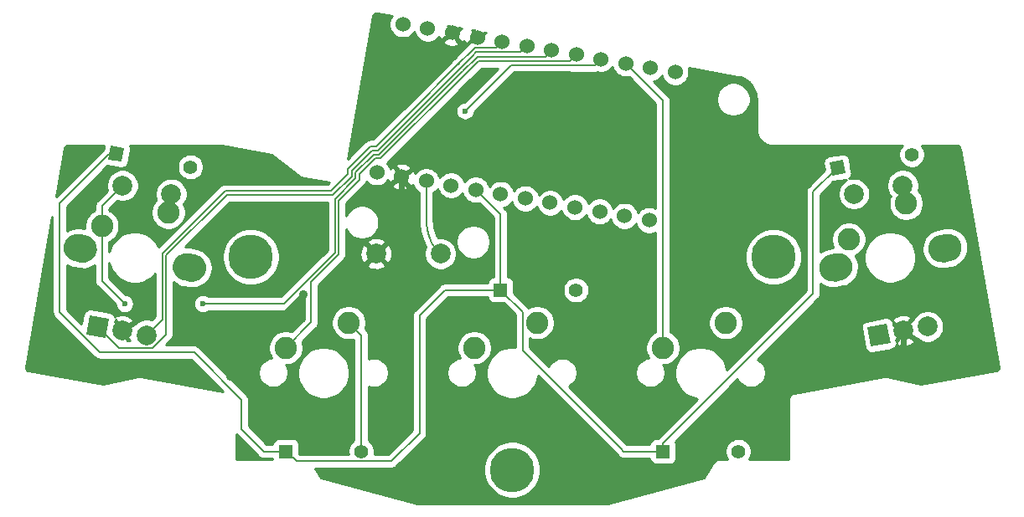
<source format=gtl>
%TF.GenerationSoftware,KiCad,Pcbnew,(5.1.9-0-10_14)*%
%TF.CreationDate,2021-06-24T13:30:28+09:00*%
%TF.ProjectId,reviung5,72657669-756e-4673-952e-6b696361645f,1*%
%TF.SameCoordinates,PX1c9c380PY1c9c380*%
%TF.FileFunction,Copper,L1,Top*%
%TF.FilePolarity,Positive*%
%FSLAX46Y46*%
G04 Gerber Fmt 4.6, Leading zero omitted, Abs format (unit mm)*
G04 Created by KiCad (PCBNEW (5.1.9-0-10_14)) date 2021-06-24 13:30:28*
%MOMM*%
%LPD*%
G01*
G04 APERTURE LIST*
%TA.AperFunction,ComponentPad*%
%ADD10C,2.250000*%
%TD*%
%TA.AperFunction,ComponentPad*%
%ADD11C,4.500000*%
%TD*%
%TA.AperFunction,ComponentPad*%
%ADD12C,0.100000*%
%TD*%
%TA.AperFunction,ComponentPad*%
%ADD13C,2.000000*%
%TD*%
%TA.AperFunction,ComponentPad*%
%ADD14C,1.397000*%
%TD*%
%TA.AperFunction,ComponentPad*%
%ADD15R,1.397000X1.397000*%
%TD*%
%TA.AperFunction,ComponentPad*%
%ADD16C,1.524000*%
%TD*%
%TA.AperFunction,ViaPad*%
%ADD17C,0.900000*%
%TD*%
%TA.AperFunction,ViaPad*%
%ADD18C,0.600000*%
%TD*%
%TA.AperFunction,Conductor*%
%ADD19C,0.200000*%
%TD*%
%TA.AperFunction,Conductor*%
%ADD20C,0.600000*%
%TD*%
%TA.AperFunction,Conductor*%
%ADD21C,0.254000*%
%TD*%
%TA.AperFunction,Conductor*%
%ADD22C,0.100000*%
%TD*%
G04 APERTURE END LIST*
D10*
%TO.P,SW5,2*%
%TO.N,Net-(D5-Pad2)*%
X89669279Y-20166110D03*
%TO.P,SW5,1*%
%TO.N,col4*%
X83856816Y-23770188D03*
%TD*%
%TO.P,SW1,2*%
%TO.N,Net-(D1-Pad2)*%
X15103544Y-21058243D03*
%TO.P,SW1,1*%
%TO.N,col0*%
X8408949Y-22456989D03*
%TD*%
D11*
%TO.P,REF\u002A\u002A,1*%
%TO.N,N/C*%
X76260000Y-25570000D03*
%TD*%
%TO.P,REF\u002A\u002A,1*%
%TO.N,N/C*%
X49860000Y-47110000D03*
%TD*%
%TO.P,REF\u002A\u002A,1*%
%TO.N,N/C*%
X23460000Y-25570000D03*
%TD*%
%TA.AperFunction,ComponentPad*%
D12*
%TO.P,RESW2,A*%
%TO.N,padA*%
G36*
X88068456Y-34291160D02*
G01*
X86098840Y-34638456D01*
X85751544Y-32668840D01*
X87721160Y-32321544D01*
X88068456Y-34291160D01*
G37*
%TD.AperFunction*%
D13*
%TO.P,RESW2,C*%
%TO.N,GND*%
X89372019Y-33045880D03*
%TO.P,RESW2,B*%
%TO.N,padB*%
X91834039Y-32611759D03*
%TO.P,RESW2,MP*%
%TO.N,N/C*%
%TA.AperFunction,ComponentPad*%
G36*
G01*
X83093284Y-27958888D02*
X82502400Y-28063076D01*
G75*
G02*
X80880562Y-26927452I-243107J1378731D01*
G01*
X80880562Y-26927452D01*
G75*
G02*
X82016186Y-25305614I1378731J243107D01*
G01*
X82607070Y-25201426D01*
G75*
G02*
X84228908Y-26337050I243107J-1378731D01*
G01*
X84228908Y-26337050D01*
G75*
G02*
X83093284Y-27958888I-1378731J-243107D01*
G01*
G37*
%TD.AperFunction*%
%TA.AperFunction,ComponentPad*%
G36*
G01*
X94123129Y-26014029D02*
X93532245Y-26118217D01*
G75*
G02*
X91910407Y-24982593I-243107J1378731D01*
G01*
X91910407Y-24982593D01*
G75*
G02*
X93046031Y-23360755I1378731J243107D01*
G01*
X93636915Y-23256567D01*
G75*
G02*
X95258753Y-24392191I243107J-1378731D01*
G01*
X95258753Y-24392191D01*
G75*
G02*
X94123129Y-26014029I-1378731J-243107D01*
G01*
G37*
%TD.AperFunction*%
%TO.P,RESW2,S1*%
%TO.N,col4*%
X84392101Y-19200288D03*
%TO.P,RESW2,S2*%
%TO.N,Net-(D5-Pad2)*%
X89316140Y-18332047D03*
%TD*%
%TA.AperFunction,ComponentPad*%
D12*
%TO.P,RESW1,A*%
%TO.N,padA*%
G36*
X8781160Y-33778456D02*
G01*
X6811544Y-33431160D01*
X7158840Y-31461544D01*
X9128456Y-31808840D01*
X8781160Y-33778456D01*
G37*
%TD.AperFunction*%
D13*
%TO.P,RESW1,C*%
%TO.N,GND*%
X10432019Y-33054120D03*
%TO.P,RESW1,B*%
%TO.N,padB*%
X12894039Y-33488241D03*
%TO.P,RESW1,MP*%
%TO.N,N/C*%
%TA.AperFunction,ComponentPad*%
G36*
G01*
X6271792Y-26126458D02*
X5680908Y-26022270D01*
G75*
G02*
X4545284Y-24400432I243107J1378731D01*
G01*
X4545284Y-24400432D01*
G75*
G02*
X6167122Y-23264808I1378731J-243107D01*
G01*
X6758006Y-23368996D01*
G75*
G02*
X7893630Y-24990834I-243107J-1378731D01*
G01*
X7893630Y-24990834D01*
G75*
G02*
X6271792Y-26126458I-1378731J243107D01*
G01*
G37*
%TD.AperFunction*%
%TA.AperFunction,ComponentPad*%
G36*
G01*
X17301639Y-28071317D02*
X16710755Y-27967129D01*
G75*
G02*
X15575131Y-26345291I243107J1378731D01*
G01*
X15575131Y-26345291D01*
G75*
G02*
X17196969Y-25209667I1378731J-243107D01*
G01*
X17787853Y-25313855D01*
G75*
G02*
X18923477Y-26935693I-243107J-1378731D01*
G01*
X18923477Y-26935693D01*
G75*
G02*
X17301639Y-28071317I-1378731J243107D01*
G01*
G37*
%TD.AperFunction*%
%TO.P,RESW1,S1*%
%TO.N,col0*%
X10487899Y-18340288D03*
%TO.P,RESW1,S2*%
%TO.N,Net-(D1-Pad2)*%
X15411937Y-19208528D03*
%TD*%
%TA.AperFunction,ComponentPad*%
D12*
%TO.P,D1,1*%
%TO.N,row0*%
G36*
X9038701Y-15704995D02*
G01*
X9281287Y-14329219D01*
X10657063Y-14571805D01*
X10414477Y-15947581D01*
X9038701Y-15704995D01*
G37*
%TD.AperFunction*%
D14*
%TO.P,D1,2*%
%TO.N,Net-(D1-Pad2)*%
X17352118Y-16461600D03*
%TD*%
%TO.P,D2,2*%
%TO.N,Net-(D2-Pad2)*%
X34610000Y-45250000D03*
D15*
%TO.P,D2,1*%
%TO.N,row0*%
X26990000Y-45250000D03*
%TD*%
%TO.P,D3,1*%
%TO.N,row0*%
X48690000Y-28920000D03*
D14*
%TO.P,D3,2*%
%TO.N,Net-(D3-Pad2)*%
X56310000Y-28920000D03*
%TD*%
%TO.P,D4,2*%
%TO.N,Net-(D4-Pad2)*%
X72710000Y-45250000D03*
D15*
%TO.P,D4,1*%
%TO.N,row0*%
X65090000Y-45250000D03*
%TD*%
%TA.AperFunction,ComponentPad*%
D12*
%TO.P,D5,1*%
%TO.N,row0*%
G36*
X82161287Y-17360781D02*
G01*
X81918701Y-15985005D01*
X83294477Y-15742419D01*
X83537063Y-17118195D01*
X82161287Y-17360781D01*
G37*
%TD.AperFunction*%
D14*
%TO.P,D5,2*%
%TO.N,Net-(D5-Pad2)*%
X90232118Y-15228400D03*
%TD*%
D13*
%TO.P,reset1,1*%
%TO.N,reset*%
X42610000Y-25250000D03*
%TO.P,reset1,2*%
%TO.N,GND*%
X36110000Y-25250000D03*
%TD*%
D10*
%TO.P,SW2,1*%
%TO.N,col1*%
X26990000Y-34760000D03*
%TO.P,SW2,2*%
%TO.N,Net-(D2-Pad2)*%
X33340000Y-32220000D03*
%TD*%
%TO.P,SW3,2*%
%TO.N,Net-(D3-Pad2)*%
X52390000Y-32220000D03*
%TO.P,SW3,1*%
%TO.N,col2*%
X46040000Y-34760000D03*
%TD*%
%TO.P,SW4,1*%
%TO.N,col3*%
X65090000Y-34760000D03*
%TO.P,SW4,2*%
%TO.N,Net-(D4-Pad2)*%
X71440000Y-32220000D03*
%TD*%
D16*
%TO.P,U1,1*%
%TO.N,LED*%
X38823659Y-2020156D03*
%TO.P,U1,2*%
%TO.N,Net-(U1-Pad2)*%
X41325071Y-2461222D03*
%TO.P,U1,3*%
%TO.N,GND*%
X43826482Y-2902289D03*
%TO.P,U1,4*%
X46327894Y-3343355D03*
%TO.P,U1,5*%
%TO.N,padB*%
X48829306Y-3784421D03*
%TO.P,U1,6*%
%TO.N,padA*%
X51330718Y-4225488D03*
%TO.P,U1,7*%
%TO.N,col0*%
X53832129Y-4666554D03*
%TO.P,U1,8*%
%TO.N,col1*%
X56333541Y-5107621D03*
%TO.P,U1,9*%
%TO.N,col2*%
X58834953Y-5548687D03*
%TO.P,U1,10*%
%TO.N,col3*%
X61336364Y-5989753D03*
%TO.P,U1,11*%
%TO.N,col4*%
X63837776Y-6430820D03*
%TO.P,U1,12*%
%TO.N,Net-(U1-Pad12)*%
X66339188Y-6871886D03*
%TO.P,U1,13*%
%TO.N,Net-(U1-Pad13)*%
X63696262Y-21860660D03*
%TO.P,U1,14*%
%TO.N,Net-(U1-Pad14)*%
X61194851Y-21419594D03*
%TO.P,U1,15*%
%TO.N,Net-(U1-Pad15)*%
X58693439Y-20978527D03*
%TO.P,U1,16*%
%TO.N,Net-(U1-Pad16)*%
X56192027Y-20537461D03*
%TO.P,U1,17*%
%TO.N,Net-(U1-Pad17)*%
X53690616Y-20096395D03*
%TO.P,U1,18*%
%TO.N,Net-(U1-Pad18)*%
X51189204Y-19655328D03*
%TO.P,U1,19*%
%TO.N,Net-(U1-Pad19)*%
X48687792Y-19214262D03*
%TO.P,U1,20*%
%TO.N,row0*%
X46186381Y-18773195D03*
%TO.P,U1,21*%
%TO.N,VCC*%
X43684969Y-18332129D03*
%TO.P,U1,22*%
%TO.N,reset*%
X41183557Y-17891063D03*
%TO.P,U1,23*%
%TO.N,GND*%
X38682146Y-17449996D03*
%TO.P,U1,24*%
%TO.N,Net-(U1-Pad24)*%
X36180734Y-17008930D03*
%TD*%
D17*
%TO.N,GND*%
X28800000Y-29400000D03*
X21400000Y-37700000D03*
X82100000Y-37000000D03*
D18*
X5450000Y-15100000D03*
X1700000Y-36400000D03*
X22500000Y-45500000D03*
X77150000Y-45450000D03*
X98350000Y-36550000D03*
X94450000Y-14900000D03*
X36500000Y-9250000D03*
X20550000Y-14850000D03*
X62000000Y-11250000D03*
X69250000Y-11250000D03*
X63250000Y-29000000D03*
X82500000Y-21250000D03*
X23800000Y-31550000D03*
%TO.N,col0*%
X10700000Y-30300000D03*
X18600000Y-30300000D03*
%TO.N,col2*%
X45100000Y-10800000D03*
%TD*%
D19*
%TO.N,row0*%
X48690000Y-21276814D02*
X46186381Y-18773195D01*
X48690000Y-28920000D02*
X48690000Y-21276814D01*
X50900000Y-31130000D02*
X48690000Y-28920000D01*
X50900000Y-35009002D02*
X50900000Y-31130000D01*
X26990000Y-45250000D02*
X27050000Y-45250000D01*
X28048501Y-46248501D02*
X37651499Y-46248501D01*
X27050000Y-45250000D02*
X28048501Y-46248501D01*
X37651499Y-46248501D02*
X40500000Y-43400000D01*
X40500000Y-43400000D02*
X40500000Y-31500000D01*
X43080000Y-28920000D02*
X48690000Y-28920000D01*
X40500000Y-31500000D02*
X43080000Y-28920000D01*
X17709992Y-35229996D02*
X22489998Y-40010002D01*
X22489998Y-42989998D02*
X24750000Y-45250000D01*
X22489998Y-40010002D02*
X22489998Y-42989998D01*
X8156114Y-35200010D02*
X17709992Y-35200010D01*
X4127556Y-31171452D02*
X8156114Y-35200010D01*
X17709992Y-35200010D02*
X17709992Y-35229996D01*
X4127556Y-20149450D02*
X4127556Y-31171452D01*
X24750000Y-45250000D02*
X26990000Y-45250000D01*
X9138607Y-15138400D02*
X4127556Y-20149450D01*
X9847882Y-15138400D02*
X9138607Y-15138400D01*
X65090000Y-45250000D02*
X61140998Y-45250000D01*
X60810499Y-44919501D02*
X50900000Y-35009002D01*
X61140998Y-45250000D02*
X60810499Y-44919501D01*
X60900998Y-45010000D02*
X60810499Y-44919501D01*
X80270499Y-18979501D02*
X82698400Y-16551600D01*
X80270499Y-29270499D02*
X80270499Y-18979501D01*
X65090000Y-44450998D02*
X80270499Y-29270499D01*
X82698400Y-16551600D02*
X82727882Y-16551600D01*
X65090000Y-45250000D02*
X65090000Y-44450998D01*
%TO.N,Net-(D2-Pad2)*%
X34610000Y-33490000D02*
X33340000Y-32220000D01*
X34610000Y-45250000D02*
X34610000Y-33490000D01*
D20*
%TO.N,GND*%
X38682146Y-22677854D02*
X36110000Y-25250000D01*
X38682146Y-17449996D02*
X38682146Y-22677854D01*
X28800000Y-29400000D02*
X21400000Y-36800000D01*
X21400000Y-36800000D02*
X21400000Y-37700000D01*
X21400000Y-37700000D02*
X21400000Y-37700000D01*
X89372019Y-34460093D02*
X89372019Y-33045880D01*
X86832112Y-37000000D02*
X89372019Y-34460093D01*
X82100000Y-37000000D02*
X86832112Y-37000000D01*
D19*
%TO.N,reset*%
X42597770Y-25237770D02*
X42610000Y-25250000D01*
X42597770Y-25237770D02*
X42279558Y-24886678D01*
X42279558Y-24886678D02*
X41997293Y-24506086D01*
X41997293Y-24506086D02*
X41753691Y-24099661D01*
X41753691Y-24099661D02*
X41551098Y-23671315D01*
X41551098Y-23671315D02*
X41391467Y-23225175D01*
X41391467Y-23225175D02*
X41276333Y-22765536D01*
X41276333Y-22765536D02*
X41206806Y-22296825D01*
X41206806Y-22296825D02*
X41183557Y-21823557D01*
X41183557Y-21823557D02*
X41183557Y-17891063D01*
%TO.N,col0*%
X10487899Y-18340288D02*
X10919660Y-17908527D01*
X8408949Y-20419238D02*
X10487899Y-18340288D01*
X8408949Y-22456989D02*
X8408949Y-20419238D01*
X8408949Y-22456989D02*
X8435204Y-22483244D01*
X8408949Y-22456989D02*
X8408949Y-28008949D01*
X8408949Y-28008949D02*
X10700000Y-30300000D01*
X10700000Y-30300000D02*
X10700000Y-30300000D01*
X53211194Y-5287489D02*
X53832129Y-4666554D01*
X44817900Y-6800002D02*
X44831396Y-6800002D01*
X35852213Y-15199990D02*
X36417912Y-15199990D01*
X31933951Y-25156047D02*
X31933951Y-19683951D01*
X46250000Y-5381398D02*
X46250000Y-5367900D01*
X44831396Y-6800002D02*
X46250000Y-5381398D01*
X34043270Y-17008933D02*
X35852213Y-15199990D01*
X26789998Y-30300000D02*
X31933951Y-25156047D01*
X36417912Y-15199990D02*
X44817900Y-6800002D01*
X46250000Y-5367900D02*
X46330411Y-5287489D01*
X31933951Y-19683951D02*
X34043270Y-17574631D01*
X46330411Y-5287489D02*
X53211194Y-5287489D01*
X34043270Y-17574631D02*
X34043270Y-17008933D01*
X18600000Y-30300000D02*
X26789998Y-30300000D01*
%TO.N,padB*%
X14500000Y-25246300D02*
X20846309Y-18899990D01*
X20846309Y-18899990D02*
X31586514Y-18899990D01*
X14500000Y-31882280D02*
X14500000Y-25246300D01*
X12894039Y-33488241D02*
X14500000Y-31882280D01*
X44118252Y-6368252D02*
X44486523Y-5999982D01*
X44486523Y-5999982D02*
X44500018Y-5999982D01*
X46081148Y-4405356D02*
X48208371Y-4405356D01*
X48208371Y-4405356D02*
X48829306Y-3784421D01*
X44118252Y-6368252D02*
X46081148Y-4405356D01*
X33243250Y-16677555D02*
X35520835Y-14399970D01*
X33243250Y-17206750D02*
X33243250Y-16677555D01*
X31586514Y-18863486D02*
X33243250Y-17206750D01*
X31586514Y-18899990D02*
X31586514Y-18863486D01*
X35520835Y-14399970D02*
X36086536Y-14399970D01*
X36086536Y-14399968D02*
X39743252Y-10743252D01*
X36086536Y-14399970D02*
X36086536Y-14399968D01*
X39743252Y-10743252D02*
X44118252Y-6368252D01*
X36943252Y-13543252D02*
X39743252Y-10743252D01*
%TO.N,padA*%
X44652212Y-6399992D02*
X44665707Y-6399992D01*
X21011998Y-19300000D02*
X31752204Y-19300000D01*
X33643260Y-16843244D02*
X35686524Y-14799980D01*
X31752204Y-19300000D02*
X33643260Y-17408944D01*
X14900010Y-32047969D02*
X14900010Y-25411988D01*
X36252224Y-14799980D02*
X44652212Y-6399992D01*
X10150000Y-34800000D02*
X13500000Y-34800000D01*
X14900000Y-33400000D02*
X14900000Y-32047979D01*
X14900010Y-25411988D02*
X21011998Y-19300000D01*
X14900000Y-32047979D02*
X14900010Y-32047969D01*
X50709784Y-4846422D02*
X51330718Y-4225488D01*
X13500000Y-34800000D02*
X14900000Y-33400000D01*
X45850000Y-5202202D02*
X46205780Y-4846422D01*
X45850000Y-5215699D02*
X45850000Y-5202202D01*
X44665707Y-6399992D02*
X45850000Y-5215699D01*
X33643260Y-17408944D02*
X33643260Y-16843244D01*
X46205780Y-4846422D02*
X50709784Y-4846422D01*
X35686524Y-14799980D02*
X36252224Y-14799980D01*
X7970000Y-32620000D02*
X10150000Y-34800000D01*
%TO.N,col1*%
X29550001Y-32199999D02*
X26990000Y-34760000D01*
X29550001Y-29262001D02*
X29550001Y-32199999D01*
X26990000Y-34760000D02*
X29552848Y-32197152D01*
X55691162Y-5750000D02*
X56333541Y-5107621D01*
X36017902Y-15600000D02*
X36583600Y-15600000D01*
X46447096Y-5750000D02*
X55691162Y-5750000D01*
X34443280Y-17740320D02*
X34443280Y-17174622D01*
X44983590Y-7200010D02*
X44997086Y-7200010D01*
X36583600Y-15600000D02*
X44983590Y-7200010D01*
X34443280Y-17174622D02*
X36017902Y-15600000D01*
X44997086Y-7200010D02*
X46447096Y-5750000D01*
X32333961Y-19849639D02*
X34443280Y-17740320D01*
X32333961Y-25321736D02*
X32333961Y-19849639D01*
X29550001Y-32199999D02*
X29550001Y-28105695D01*
X29550001Y-28105695D02*
X32333961Y-25321736D01*
%TO.N,col2*%
X45100000Y-10800000D02*
X45100000Y-10800000D01*
X45100000Y-10800000D02*
X49749990Y-6150010D01*
X58214018Y-6169622D02*
X58834953Y-5548687D01*
X55823780Y-6169622D02*
X58214018Y-6169622D01*
X55804168Y-6150010D02*
X55823780Y-6169622D01*
X49749990Y-6150010D02*
X55804168Y-6150010D01*
%TO.N,col3*%
X65090000Y-9743389D02*
X61336364Y-5989753D01*
X65090000Y-34760000D02*
X65090000Y-9743389D01*
%TD*%
D21*
%TO.N,GND*%
X72602810Y-7323552D02*
X72713551Y-7345563D01*
X72814735Y-7370433D01*
X72913845Y-7399545D01*
X73010858Y-7432798D01*
X73105675Y-7470074D01*
X73198265Y-7511282D01*
X73288528Y-7556307D01*
X73376434Y-7605072D01*
X73461841Y-7657442D01*
X73544696Y-7713332D01*
X73624894Y-7772626D01*
X73702357Y-7835231D01*
X73776969Y-7901024D01*
X73848638Y-7969893D01*
X73917252Y-8041717D01*
X73982731Y-8116397D01*
X74044957Y-8193797D01*
X74103831Y-8273796D01*
X74159263Y-8356285D01*
X74211170Y-8441167D01*
X74259428Y-8528274D01*
X74303968Y-8617532D01*
X74344687Y-8708801D01*
X74381494Y-8801971D01*
X74414323Y-8896985D01*
X74443064Y-8993685D01*
X74467639Y-9092003D01*
X74487960Y-9191852D01*
X74503934Y-9293142D01*
X74515468Y-9395788D01*
X74522466Y-9499748D01*
X74524996Y-9612658D01*
X74524996Y-12630018D01*
X74526219Y-12642493D01*
X74525452Y-12655003D01*
X74525867Y-12664559D01*
X74531029Y-12766799D01*
X74535437Y-12796324D01*
X74536623Y-12826147D01*
X74538000Y-12835611D01*
X74553154Y-12934900D01*
X74562531Y-12971746D01*
X74568765Y-13009257D01*
X74571311Y-13018476D01*
X74611674Y-13160772D01*
X74628447Y-13203491D01*
X74642563Y-13247155D01*
X74646440Y-13255899D01*
X74706455Y-13388721D01*
X74728928Y-13427779D01*
X74748866Y-13468199D01*
X74753971Y-13476287D01*
X74831940Y-13597942D01*
X74859480Y-13632869D01*
X74884672Y-13669526D01*
X74890883Y-13676799D01*
X74985112Y-13785588D01*
X75017212Y-13816052D01*
X75047234Y-13848583D01*
X75054420Y-13854895D01*
X75163210Y-13949122D01*
X75199518Y-13974826D01*
X75234046Y-14002842D01*
X75242062Y-14008059D01*
X75363720Y-14086028D01*
X75403853Y-14106526D01*
X75442603Y-14129547D01*
X75451291Y-14133546D01*
X75584119Y-14193560D01*
X75627576Y-14208281D01*
X75670055Y-14225648D01*
X75679238Y-14228322D01*
X75821537Y-14268685D01*
X75858951Y-14275441D01*
X75895669Y-14285333D01*
X75905114Y-14286842D01*
X76004406Y-14301996D01*
X76034210Y-14303598D01*
X76063660Y-14308416D01*
X76073208Y-14308965D01*
X76175454Y-14314128D01*
X76187976Y-14313535D01*
X76200436Y-14314933D01*
X76210000Y-14315000D01*
X89259664Y-14315000D01*
X89196321Y-14378343D01*
X89050386Y-14596751D01*
X88949864Y-14839432D01*
X88898618Y-15097062D01*
X88898618Y-15359738D01*
X88949864Y-15617368D01*
X89050386Y-15860049D01*
X89196321Y-16078457D01*
X89382061Y-16264197D01*
X89600469Y-16410132D01*
X89843150Y-16510654D01*
X90100780Y-16561900D01*
X90363456Y-16561900D01*
X90621086Y-16510654D01*
X90863767Y-16410132D01*
X91082175Y-16264197D01*
X91267915Y-16078457D01*
X91413850Y-15860049D01*
X91514372Y-15617368D01*
X91565618Y-15359738D01*
X91565618Y-15097062D01*
X91514372Y-14839432D01*
X91413850Y-14596751D01*
X91267915Y-14378343D01*
X91204572Y-14315000D01*
X94777392Y-14315000D01*
X94814043Y-14316639D01*
X94862669Y-14324291D01*
X94901532Y-14335828D01*
X94938375Y-14352249D01*
X94972852Y-14373315D01*
X95004418Y-14398674D01*
X95032450Y-14427824D01*
X95056448Y-14460257D01*
X95076069Y-14495594D01*
X95091102Y-14533787D01*
X95106885Y-14597880D01*
X99003799Y-36696861D01*
X99010046Y-36746946D01*
X99010577Y-36769914D01*
X99005056Y-36823915D01*
X98993918Y-36867558D01*
X98976505Y-36909270D01*
X98953166Y-36948266D01*
X98924498Y-36983533D01*
X98891250Y-37014161D01*
X98854051Y-37039545D01*
X98805180Y-37063201D01*
X98783422Y-37070553D01*
X98734211Y-37081810D01*
X91165890Y-38415092D01*
X87686402Y-37677110D01*
X87625309Y-37670285D01*
X87564333Y-37662498D01*
X87558926Y-37662869D01*
X87553539Y-37662267D01*
X87492261Y-37667440D01*
X87430957Y-37671643D01*
X87421536Y-37673291D01*
X78350040Y-39325515D01*
X78347286Y-39326301D01*
X78344426Y-39326561D01*
X78282976Y-39344647D01*
X78221480Y-39362190D01*
X78218929Y-39363497D01*
X78216176Y-39364307D01*
X78159430Y-39393973D01*
X78102493Y-39423137D01*
X78100244Y-39424914D01*
X78097701Y-39426244D01*
X78047778Y-39466384D01*
X77997610Y-39506036D01*
X77995750Y-39508215D01*
X77993513Y-39510014D01*
X77952336Y-39559087D01*
X77910826Y-39607727D01*
X77909425Y-39610226D01*
X77907579Y-39612426D01*
X77876709Y-39668578D01*
X77845446Y-39724339D01*
X77844557Y-39727062D01*
X77843174Y-39729578D01*
X77823799Y-39790657D01*
X77803962Y-39851428D01*
X77803619Y-39854272D01*
X77802751Y-39857008D01*
X77795616Y-39920615D01*
X77787952Y-39984155D01*
X77788168Y-39987017D01*
X77787849Y-39989864D01*
X77787782Y-39999428D01*
X77787782Y-46038092D01*
X73787201Y-46038092D01*
X73891732Y-45881649D01*
X73992254Y-45638968D01*
X74043500Y-45381338D01*
X74043500Y-45118662D01*
X73992254Y-44861032D01*
X73891732Y-44618351D01*
X73745797Y-44399943D01*
X73560057Y-44214203D01*
X73341649Y-44068268D01*
X73098968Y-43967746D01*
X72841338Y-43916500D01*
X72578662Y-43916500D01*
X72321032Y-43967746D01*
X72078351Y-44068268D01*
X71859943Y-44214203D01*
X71674203Y-44399943D01*
X71528268Y-44618351D01*
X71427746Y-44861032D01*
X71376500Y-45118662D01*
X71376500Y-45381338D01*
X71427746Y-45638968D01*
X71528268Y-45881649D01*
X71632799Y-46038092D01*
X70774328Y-46038092D01*
X70772798Y-46038242D01*
X70771258Y-46038098D01*
X70706190Y-46044773D01*
X70641277Y-46051138D01*
X70639800Y-46051584D01*
X70638268Y-46051741D01*
X70575794Y-46070909D01*
X70513295Y-46089778D01*
X70511936Y-46090500D01*
X70510458Y-46090954D01*
X70452841Y-46121922D01*
X70395255Y-46152541D01*
X70394060Y-46153515D01*
X70392701Y-46154246D01*
X70342221Y-46195794D01*
X70291654Y-46237036D01*
X70290672Y-46238223D01*
X70289480Y-46239204D01*
X70248043Y-46289752D01*
X70206437Y-46340045D01*
X70205704Y-46341402D01*
X70204726Y-46342594D01*
X70199469Y-46350584D01*
X69187423Y-47912385D01*
X59449863Y-50519580D01*
X40287343Y-50519580D01*
X30531178Y-47912128D01*
X29928015Y-46983501D01*
X37615394Y-46983501D01*
X37651499Y-46987057D01*
X37687604Y-46983501D01*
X37795584Y-46972866D01*
X37934132Y-46930838D01*
X38061819Y-46862588D01*
X38106581Y-46825852D01*
X46975000Y-46825852D01*
X46975000Y-47394148D01*
X47085869Y-47951523D01*
X47303346Y-48476560D01*
X47619074Y-48949080D01*
X48020920Y-49350926D01*
X48493440Y-49666654D01*
X49018477Y-49884131D01*
X49575852Y-49995000D01*
X50144148Y-49995000D01*
X50701523Y-49884131D01*
X51226560Y-49666654D01*
X51699080Y-49350926D01*
X52100926Y-48949080D01*
X52416654Y-48476560D01*
X52634131Y-47951523D01*
X52745000Y-47394148D01*
X52745000Y-46825852D01*
X52634131Y-46268477D01*
X52416654Y-45743440D01*
X52100926Y-45270920D01*
X51699080Y-44869074D01*
X51226560Y-44553346D01*
X50701523Y-44335869D01*
X50144148Y-44225000D01*
X49575852Y-44225000D01*
X49018477Y-44335869D01*
X48493440Y-44553346D01*
X48020920Y-44869074D01*
X47619074Y-45270920D01*
X47303346Y-45743440D01*
X47085869Y-46268477D01*
X46975000Y-46825852D01*
X38106581Y-46825852D01*
X38173737Y-46770739D01*
X38196758Y-46742688D01*
X40994197Y-43945250D01*
X41022237Y-43922238D01*
X41045250Y-43894197D01*
X41045253Y-43894194D01*
X41114087Y-43810320D01*
X41182337Y-43682634D01*
X41224365Y-43544085D01*
X41238556Y-43400000D01*
X41235000Y-43363895D01*
X41235000Y-37151278D01*
X43260000Y-37151278D01*
X43260000Y-37448722D01*
X43318029Y-37740451D01*
X43431856Y-38015253D01*
X43597107Y-38262569D01*
X43807431Y-38472893D01*
X44054747Y-38638144D01*
X44329549Y-38751971D01*
X44621278Y-38810000D01*
X44918722Y-38810000D01*
X45210451Y-38751971D01*
X45485253Y-38638144D01*
X45732569Y-38472893D01*
X45942893Y-38262569D01*
X46108144Y-38015253D01*
X46221971Y-37740451D01*
X46280000Y-37448722D01*
X46280000Y-37151278D01*
X46221971Y-36859549D01*
X46108144Y-36584747D01*
X46064882Y-36520000D01*
X46213345Y-36520000D01*
X46553373Y-36452364D01*
X46873673Y-36319692D01*
X47161935Y-36127081D01*
X47407081Y-35881935D01*
X47599692Y-35593673D01*
X47732364Y-35273373D01*
X47800000Y-34933345D01*
X47800000Y-34586655D01*
X47732364Y-34246627D01*
X47599692Y-33926327D01*
X47407081Y-33638065D01*
X47161935Y-33392919D01*
X46873673Y-33200308D01*
X46553373Y-33067636D01*
X46213345Y-33000000D01*
X45866655Y-33000000D01*
X45526627Y-33067636D01*
X45206327Y-33200308D01*
X44918065Y-33392919D01*
X44672919Y-33638065D01*
X44480308Y-33926327D01*
X44347636Y-34246627D01*
X44280000Y-34586655D01*
X44280000Y-34933345D01*
X44347636Y-35273373D01*
X44480308Y-35593673D01*
X44612638Y-35791719D01*
X44329549Y-35848029D01*
X44054747Y-35961856D01*
X43807431Y-36127107D01*
X43597107Y-36337431D01*
X43431856Y-36584747D01*
X43318029Y-36859549D01*
X43260000Y-37151278D01*
X41235000Y-37151278D01*
X41235000Y-31804446D01*
X43384447Y-29655000D01*
X47357023Y-29655000D01*
X47365688Y-29742982D01*
X47401998Y-29862680D01*
X47460963Y-29972994D01*
X47540315Y-30069685D01*
X47637006Y-30149037D01*
X47747320Y-30208002D01*
X47867018Y-30244312D01*
X47991500Y-30256572D01*
X48987126Y-30256572D01*
X50165001Y-31434448D01*
X50165000Y-34682254D01*
X50108924Y-34671100D01*
X49591076Y-34671100D01*
X49083178Y-34772127D01*
X48604749Y-34970299D01*
X48174174Y-35258000D01*
X47808000Y-35624174D01*
X47520299Y-36054749D01*
X47322127Y-36533178D01*
X47221100Y-37041076D01*
X47221100Y-37558924D01*
X47322127Y-38066822D01*
X47520299Y-38545251D01*
X47808000Y-38975826D01*
X48174174Y-39342000D01*
X48604749Y-39629701D01*
X49083178Y-39827873D01*
X49591076Y-39928900D01*
X50108924Y-39928900D01*
X50616822Y-39827873D01*
X51095251Y-39629701D01*
X51525826Y-39342000D01*
X51892000Y-38975826D01*
X52179701Y-38545251D01*
X52377873Y-38066822D01*
X52467548Y-37615996D01*
X60316305Y-45464754D01*
X60316311Y-45464759D01*
X60595739Y-45744187D01*
X60618760Y-45772238D01*
X60730678Y-45864087D01*
X60858365Y-45932337D01*
X60954884Y-45961616D01*
X60996912Y-45974365D01*
X61011130Y-45975765D01*
X61104893Y-45985000D01*
X61104900Y-45985000D01*
X61140997Y-45988555D01*
X61177094Y-45985000D01*
X63757023Y-45985000D01*
X63765688Y-46072982D01*
X63801998Y-46192680D01*
X63860963Y-46302994D01*
X63940315Y-46399685D01*
X64037006Y-46479037D01*
X64147320Y-46538002D01*
X64267018Y-46574312D01*
X64391500Y-46586572D01*
X65788500Y-46586572D01*
X65912982Y-46574312D01*
X66032680Y-46538002D01*
X66142994Y-46479037D01*
X66239685Y-46399685D01*
X66319037Y-46302994D01*
X66378002Y-46192680D01*
X66414312Y-46072982D01*
X66426572Y-45948500D01*
X66426572Y-44551500D01*
X66414312Y-44427018D01*
X66378002Y-44307320D01*
X66341470Y-44238974D01*
X72619401Y-37961043D01*
X72641856Y-38015253D01*
X72807107Y-38262569D01*
X73017431Y-38472893D01*
X73264747Y-38638144D01*
X73539549Y-38751971D01*
X73831278Y-38810000D01*
X74128722Y-38810000D01*
X74420451Y-38751971D01*
X74695253Y-38638144D01*
X74942569Y-38472893D01*
X75152893Y-38262569D01*
X75318144Y-38015253D01*
X75431971Y-37740451D01*
X75490000Y-37448722D01*
X75490000Y-37151278D01*
X75431971Y-36859549D01*
X75318144Y-36584747D01*
X75152893Y-36337431D01*
X74942569Y-36127107D01*
X74695253Y-35961856D01*
X74641043Y-35939401D01*
X77925524Y-32654920D01*
X85113624Y-32654920D01*
X85123166Y-32779640D01*
X85470462Y-34749256D01*
X85504152Y-34869717D01*
X85560695Y-34981292D01*
X85637920Y-35079691D01*
X85732857Y-35161134D01*
X85841858Y-35222491D01*
X85960736Y-35261403D01*
X86084920Y-35276376D01*
X86209640Y-35266834D01*
X88179256Y-34919538D01*
X88299717Y-34885848D01*
X88411292Y-34829305D01*
X88509691Y-34752080D01*
X88591134Y-34657143D01*
X88652491Y-34548142D01*
X88689076Y-34436374D01*
X88768116Y-34573773D01*
X89077797Y-34662231D01*
X89398785Y-34688573D01*
X89718744Y-34651787D01*
X90025379Y-34553287D01*
X90306905Y-34396858D01*
X90462072Y-34275083D01*
X90510469Y-33998070D01*
X89403207Y-33222757D01*
X88700365Y-34226518D01*
X88696834Y-34180360D01*
X88654910Y-33942597D01*
X89357878Y-33239629D01*
X89178270Y-33060021D01*
X89175192Y-33063099D01*
X88404702Y-32523596D01*
X88349538Y-32210744D01*
X88337069Y-32166162D01*
X89340831Y-32869003D01*
X89352644Y-32852131D01*
X89386160Y-32852131D01*
X89565768Y-33031739D01*
X89568846Y-33028661D01*
X90656157Y-33790005D01*
X90684018Y-33773977D01*
X90791787Y-33881746D01*
X91059576Y-34060677D01*
X91357127Y-34183927D01*
X91673006Y-34246759D01*
X91995072Y-34246759D01*
X92310951Y-34183927D01*
X92608502Y-34060677D01*
X92876291Y-33881746D01*
X93104026Y-33654011D01*
X93282957Y-33386222D01*
X93406207Y-33088671D01*
X93469039Y-32772792D01*
X93469039Y-32450726D01*
X93406207Y-32134847D01*
X93282957Y-31837296D01*
X93104026Y-31569507D01*
X92876291Y-31341772D01*
X92608502Y-31162841D01*
X92310951Y-31039591D01*
X91995072Y-30976759D01*
X91673006Y-30976759D01*
X91357127Y-31039591D01*
X91059576Y-31162841D01*
X90791787Y-31341772D01*
X90564052Y-31569507D01*
X90385121Y-31837296D01*
X90373896Y-31864395D01*
X90329872Y-31908419D01*
X90324209Y-31907430D01*
X90308672Y-31929619D01*
X89386160Y-32852131D01*
X89352644Y-32852131D01*
X90116144Y-31761742D01*
X89975922Y-31517987D01*
X89666241Y-31429529D01*
X89345253Y-31403187D01*
X89025294Y-31439973D01*
X88718659Y-31538473D01*
X88437133Y-31694902D01*
X88281966Y-31816677D01*
X88254686Y-31972822D01*
X88182080Y-31880309D01*
X88087143Y-31798866D01*
X87978142Y-31737509D01*
X87859264Y-31698597D01*
X87735080Y-31683624D01*
X87610360Y-31693166D01*
X85640744Y-32040462D01*
X85520283Y-32074152D01*
X85408708Y-32130695D01*
X85310309Y-32207920D01*
X85228866Y-32302857D01*
X85167509Y-32411858D01*
X85128597Y-32530736D01*
X85113624Y-32654920D01*
X77925524Y-32654920D01*
X80764697Y-29815748D01*
X80792736Y-29792737D01*
X80815749Y-29764696D01*
X80815752Y-29764693D01*
X80884586Y-29680819D01*
X80952836Y-29553133D01*
X80994864Y-29414584D01*
X81009055Y-29270499D01*
X81005499Y-29234394D01*
X81005499Y-28289967D01*
X81086416Y-28359382D01*
X81435736Y-28556014D01*
X81816705Y-28680719D01*
X82214682Y-28728704D01*
X82514214Y-28705788D01*
X83301998Y-28566881D01*
X83591304Y-28485970D01*
X83948869Y-28304763D01*
X84264212Y-28057281D01*
X84525214Y-27753034D01*
X84721846Y-27403714D01*
X84846550Y-27022745D01*
X84894536Y-26624769D01*
X84863957Y-26225076D01*
X84755990Y-25839030D01*
X84574783Y-25481465D01*
X84513389Y-25403237D01*
X84639317Y-25351076D01*
X85421100Y-25351076D01*
X85421100Y-25868924D01*
X85522127Y-26376822D01*
X85720299Y-26855251D01*
X86008000Y-27285826D01*
X86374174Y-27652000D01*
X86804749Y-27939701D01*
X87283178Y-28137873D01*
X87791076Y-28238900D01*
X88308924Y-28238900D01*
X88816822Y-28137873D01*
X89295251Y-27939701D01*
X89725826Y-27652000D01*
X90092000Y-27285826D01*
X90379701Y-26855251D01*
X90577873Y-26376822D01*
X90678900Y-25868924D01*
X90678900Y-25351076D01*
X90577873Y-24843178D01*
X90516444Y-24694875D01*
X91244779Y-24694875D01*
X91275358Y-25094567D01*
X91383325Y-25480613D01*
X91564532Y-25838178D01*
X91812014Y-26153522D01*
X92116261Y-26414523D01*
X92465581Y-26611155D01*
X92846550Y-26735860D01*
X93244527Y-26783845D01*
X93544059Y-26760929D01*
X94331843Y-26622022D01*
X94621149Y-26541111D01*
X94978714Y-26359904D01*
X95294057Y-26112422D01*
X95555059Y-25808175D01*
X95751691Y-25458855D01*
X95876395Y-25077886D01*
X95924381Y-24679910D01*
X95893802Y-24280217D01*
X95785835Y-23894171D01*
X95604628Y-23536606D01*
X95357146Y-23221262D01*
X95052899Y-22960261D01*
X94703579Y-22763629D01*
X94322610Y-22638924D01*
X93924632Y-22590939D01*
X93625100Y-22613855D01*
X92837317Y-22752762D01*
X92548011Y-22833673D01*
X92190446Y-23014880D01*
X91875102Y-23262362D01*
X91614101Y-23566609D01*
X91417469Y-23915929D01*
X91292764Y-24296898D01*
X91244779Y-24694875D01*
X90516444Y-24694875D01*
X90379701Y-24364749D01*
X90092000Y-23934174D01*
X89725826Y-23568000D01*
X89295251Y-23280299D01*
X88816822Y-23082127D01*
X88308924Y-22981100D01*
X87791076Y-22981100D01*
X87283178Y-23082127D01*
X86804749Y-23280299D01*
X86374174Y-23568000D01*
X86008000Y-23934174D01*
X85720299Y-24364749D01*
X85522127Y-24843178D01*
X85421100Y-25351076D01*
X84639317Y-25351076D01*
X84690489Y-25329880D01*
X84978751Y-25137269D01*
X85223897Y-24892123D01*
X85416508Y-24603861D01*
X85549180Y-24283561D01*
X85616816Y-23943533D01*
X85616816Y-23596843D01*
X85549180Y-23256815D01*
X85416508Y-22936515D01*
X85223897Y-22648253D01*
X84978751Y-22403107D01*
X84690489Y-22210496D01*
X84370189Y-22077824D01*
X84030161Y-22010188D01*
X83683471Y-22010188D01*
X83343443Y-22077824D01*
X83023143Y-22210496D01*
X82734881Y-22403107D01*
X82489735Y-22648253D01*
X82297124Y-22936515D01*
X82164452Y-23256815D01*
X82096816Y-23596843D01*
X82096816Y-23943533D01*
X82164452Y-24283561D01*
X82297124Y-24603861D01*
X82301560Y-24610500D01*
X81807472Y-24697621D01*
X81518166Y-24778532D01*
X81160601Y-24959739D01*
X81005499Y-25081463D01*
X81005499Y-19283947D01*
X82306325Y-17983122D01*
X83616555Y-17752093D01*
X83349849Y-17930301D01*
X83122114Y-18158036D01*
X82943183Y-18425825D01*
X82819933Y-18723376D01*
X82757101Y-19039255D01*
X82757101Y-19361321D01*
X82819933Y-19677200D01*
X82943183Y-19974751D01*
X83122114Y-20242540D01*
X83349849Y-20470275D01*
X83617638Y-20649206D01*
X83915189Y-20772456D01*
X84231068Y-20835288D01*
X84553134Y-20835288D01*
X84869013Y-20772456D01*
X85166564Y-20649206D01*
X85434353Y-20470275D01*
X85662088Y-20242540D01*
X85841019Y-19974751D01*
X85964269Y-19677200D01*
X86027101Y-19361321D01*
X86027101Y-19039255D01*
X85964269Y-18723376D01*
X85841019Y-18425825D01*
X85670760Y-18171014D01*
X87681140Y-18171014D01*
X87681140Y-18493080D01*
X87743972Y-18808959D01*
X87867222Y-19106510D01*
X88046153Y-19374299D01*
X88078747Y-19406893D01*
X87976915Y-19652737D01*
X87909279Y-19992765D01*
X87909279Y-20339455D01*
X87976915Y-20679483D01*
X88109587Y-20999783D01*
X88302198Y-21288045D01*
X88547344Y-21533191D01*
X88835606Y-21725802D01*
X89155906Y-21858474D01*
X89495934Y-21926110D01*
X89842624Y-21926110D01*
X90182652Y-21858474D01*
X90502952Y-21725802D01*
X90791214Y-21533191D01*
X91036360Y-21288045D01*
X91228971Y-20999783D01*
X91361643Y-20679483D01*
X91429279Y-20339455D01*
X91429279Y-19992765D01*
X91361643Y-19652737D01*
X91228971Y-19332437D01*
X91036360Y-19044175D01*
X90862778Y-18870593D01*
X90888308Y-18808959D01*
X90951140Y-18493080D01*
X90951140Y-18171014D01*
X90888308Y-17855135D01*
X90765058Y-17557584D01*
X90586127Y-17289795D01*
X90358392Y-17062060D01*
X90090603Y-16883129D01*
X89793052Y-16759879D01*
X89477173Y-16697047D01*
X89155107Y-16697047D01*
X88839228Y-16759879D01*
X88541677Y-16883129D01*
X88273888Y-17062060D01*
X88046153Y-17289795D01*
X87867222Y-17557584D01*
X87743972Y-17855135D01*
X87681140Y-18171014D01*
X85670760Y-18171014D01*
X85662088Y-18158036D01*
X85434353Y-17930301D01*
X85166564Y-17751370D01*
X84869013Y-17628120D01*
X84553134Y-17565288D01*
X84231068Y-17565288D01*
X83916083Y-17627942D01*
X83978298Y-17579115D01*
X84059741Y-17484178D01*
X84121098Y-17375177D01*
X84160010Y-17256299D01*
X84174983Y-17132115D01*
X84165441Y-17007395D01*
X83922855Y-15631619D01*
X83889165Y-15511158D01*
X83832622Y-15399583D01*
X83755397Y-15301184D01*
X83660460Y-15219741D01*
X83551459Y-15158384D01*
X83432581Y-15119472D01*
X83308397Y-15104499D01*
X83183677Y-15114041D01*
X81807901Y-15356627D01*
X81687440Y-15390317D01*
X81575865Y-15446860D01*
X81477466Y-15524085D01*
X81396023Y-15619022D01*
X81334666Y-15728023D01*
X81295754Y-15846901D01*
X81280781Y-15971085D01*
X81290323Y-16095805D01*
X81413901Y-16796652D01*
X79776307Y-18434247D01*
X79748262Y-18457263D01*
X79656413Y-18569181D01*
X79620910Y-18635603D01*
X79588163Y-18696868D01*
X79546134Y-18835416D01*
X79531943Y-18979501D01*
X79535500Y-19015616D01*
X79535499Y-28966052D01*
X71517548Y-36984004D01*
X71427873Y-36533178D01*
X71229701Y-36054749D01*
X70942000Y-35624174D01*
X70575826Y-35258000D01*
X70145251Y-34970299D01*
X69666822Y-34772127D01*
X69158924Y-34671100D01*
X68641076Y-34671100D01*
X68133178Y-34772127D01*
X67654749Y-34970299D01*
X67224174Y-35258000D01*
X66858000Y-35624174D01*
X66570299Y-36054749D01*
X66372127Y-36533178D01*
X66271100Y-37041076D01*
X66271100Y-37558924D01*
X66372127Y-38066822D01*
X66570299Y-38545251D01*
X66858000Y-38975826D01*
X67224174Y-39342000D01*
X67654749Y-39629701D01*
X68133178Y-39827873D01*
X68584004Y-39917548D01*
X64595808Y-43905744D01*
X64586445Y-43913428D01*
X64391500Y-43913428D01*
X64267018Y-43925688D01*
X64147320Y-43961998D01*
X64037006Y-44020963D01*
X63940315Y-44100315D01*
X63860963Y-44197006D01*
X63801998Y-44307320D01*
X63765688Y-44427018D01*
X63757023Y-44515000D01*
X61445444Y-44515000D01*
X61355757Y-44425313D01*
X61355752Y-44425307D01*
X55591043Y-38660599D01*
X55645253Y-38638144D01*
X55892569Y-38472893D01*
X56102893Y-38262569D01*
X56268144Y-38015253D01*
X56381971Y-37740451D01*
X56440000Y-37448722D01*
X56440000Y-37151278D01*
X56381971Y-36859549D01*
X56268144Y-36584747D01*
X56102893Y-36337431D01*
X55892569Y-36127107D01*
X55645253Y-35961856D01*
X55370451Y-35848029D01*
X55078722Y-35790000D01*
X54781278Y-35790000D01*
X54489549Y-35848029D01*
X54214747Y-35961856D01*
X53967431Y-36127107D01*
X53757107Y-36337431D01*
X53591856Y-36584747D01*
X53569401Y-36638957D01*
X51635000Y-34704556D01*
X51635000Y-33812279D01*
X51876627Y-33912364D01*
X52216655Y-33980000D01*
X52563345Y-33980000D01*
X52903373Y-33912364D01*
X53223673Y-33779692D01*
X53511935Y-33587081D01*
X53757081Y-33341935D01*
X53949692Y-33053673D01*
X54082364Y-32733373D01*
X54150000Y-32393345D01*
X54150000Y-32046655D01*
X54082364Y-31706627D01*
X53949692Y-31386327D01*
X53757081Y-31098065D01*
X53511935Y-30852919D01*
X53223673Y-30660308D01*
X52903373Y-30527636D01*
X52563345Y-30460000D01*
X52216655Y-30460000D01*
X51876627Y-30527636D01*
X51556327Y-30660308D01*
X51497578Y-30699563D01*
X51422238Y-30607762D01*
X51394193Y-30584746D01*
X50026572Y-29217126D01*
X50026572Y-28788662D01*
X54976500Y-28788662D01*
X54976500Y-29051338D01*
X55027746Y-29308968D01*
X55128268Y-29551649D01*
X55274203Y-29770057D01*
X55459943Y-29955797D01*
X55678351Y-30101732D01*
X55921032Y-30202254D01*
X56178662Y-30253500D01*
X56441338Y-30253500D01*
X56698968Y-30202254D01*
X56941649Y-30101732D01*
X57160057Y-29955797D01*
X57345797Y-29770057D01*
X57491732Y-29551649D01*
X57592254Y-29308968D01*
X57643500Y-29051338D01*
X57643500Y-28788662D01*
X57592254Y-28531032D01*
X57491732Y-28288351D01*
X57345797Y-28069943D01*
X57160057Y-27884203D01*
X56941649Y-27738268D01*
X56698968Y-27637746D01*
X56441338Y-27586500D01*
X56178662Y-27586500D01*
X55921032Y-27637746D01*
X55678351Y-27738268D01*
X55459943Y-27884203D01*
X55274203Y-28069943D01*
X55128268Y-28288351D01*
X55027746Y-28531032D01*
X54976500Y-28788662D01*
X50026572Y-28788662D01*
X50026572Y-28221500D01*
X50014312Y-28097018D01*
X49978002Y-27977320D01*
X49919037Y-27867006D01*
X49839685Y-27770315D01*
X49742994Y-27690963D01*
X49632680Y-27631998D01*
X49512982Y-27595688D01*
X49425000Y-27587023D01*
X49425000Y-21312919D01*
X49428556Y-21276814D01*
X49414365Y-21132729D01*
X49400157Y-21085891D01*
X49372337Y-20994181D01*
X49304087Y-20866494D01*
X49212238Y-20754576D01*
X49184193Y-20731560D01*
X49024323Y-20571691D01*
X49095282Y-20557576D01*
X49349519Y-20452267D01*
X49578327Y-20299382D01*
X49772912Y-20104797D01*
X49835583Y-20011003D01*
X49845890Y-20062818D01*
X49951199Y-20317055D01*
X50104084Y-20545863D01*
X50298669Y-20740448D01*
X50527477Y-20893333D01*
X50781714Y-20998642D01*
X51051612Y-21052328D01*
X51326796Y-21052328D01*
X51596694Y-20998642D01*
X51850931Y-20893333D01*
X52079739Y-20740448D01*
X52274324Y-20545863D01*
X52336995Y-20452069D01*
X52347302Y-20503885D01*
X52452611Y-20758122D01*
X52605496Y-20986930D01*
X52800081Y-21181515D01*
X53028889Y-21334400D01*
X53283126Y-21439709D01*
X53553024Y-21493395D01*
X53828208Y-21493395D01*
X54098106Y-21439709D01*
X54352343Y-21334400D01*
X54581151Y-21181515D01*
X54775736Y-20986930D01*
X54838407Y-20893137D01*
X54848713Y-20944951D01*
X54954022Y-21199188D01*
X55106907Y-21427996D01*
X55301492Y-21622581D01*
X55530300Y-21775466D01*
X55784537Y-21880775D01*
X56054435Y-21934461D01*
X56329619Y-21934461D01*
X56599517Y-21880775D01*
X56853754Y-21775466D01*
X57082562Y-21622581D01*
X57277147Y-21427996D01*
X57339818Y-21334202D01*
X57350125Y-21386017D01*
X57455434Y-21640254D01*
X57608319Y-21869062D01*
X57802904Y-22063647D01*
X58031712Y-22216532D01*
X58285949Y-22321841D01*
X58555847Y-22375527D01*
X58831031Y-22375527D01*
X59100929Y-22321841D01*
X59355166Y-22216532D01*
X59583974Y-22063647D01*
X59778559Y-21869062D01*
X59841230Y-21775268D01*
X59851537Y-21827084D01*
X59956846Y-22081321D01*
X60109731Y-22310129D01*
X60304316Y-22504714D01*
X60533124Y-22657599D01*
X60787361Y-22762908D01*
X61057259Y-22816594D01*
X61332443Y-22816594D01*
X61602341Y-22762908D01*
X61856578Y-22657599D01*
X62085386Y-22504714D01*
X62279971Y-22310129D01*
X62342642Y-22216336D01*
X62352948Y-22268150D01*
X62458257Y-22522387D01*
X62611142Y-22751195D01*
X62805727Y-22945780D01*
X63034535Y-23098665D01*
X63288772Y-23203974D01*
X63558670Y-23257660D01*
X63833854Y-23257660D01*
X64103752Y-23203974D01*
X64355000Y-23099903D01*
X64355000Y-33159436D01*
X64256327Y-33200308D01*
X63968065Y-33392919D01*
X63722919Y-33638065D01*
X63530308Y-33926327D01*
X63397636Y-34246627D01*
X63330000Y-34586655D01*
X63330000Y-34933345D01*
X63397636Y-35273373D01*
X63530308Y-35593673D01*
X63662638Y-35791719D01*
X63379549Y-35848029D01*
X63104747Y-35961856D01*
X62857431Y-36127107D01*
X62647107Y-36337431D01*
X62481856Y-36584747D01*
X62368029Y-36859549D01*
X62310000Y-37151278D01*
X62310000Y-37448722D01*
X62368029Y-37740451D01*
X62481856Y-38015253D01*
X62647107Y-38262569D01*
X62857431Y-38472893D01*
X63104747Y-38638144D01*
X63379549Y-38751971D01*
X63671278Y-38810000D01*
X63968722Y-38810000D01*
X64260451Y-38751971D01*
X64535253Y-38638144D01*
X64782569Y-38472893D01*
X64992893Y-38262569D01*
X65158144Y-38015253D01*
X65271971Y-37740451D01*
X65330000Y-37448722D01*
X65330000Y-37151278D01*
X65271971Y-36859549D01*
X65158144Y-36584747D01*
X65114882Y-36520000D01*
X65263345Y-36520000D01*
X65603373Y-36452364D01*
X65923673Y-36319692D01*
X66211935Y-36127081D01*
X66457081Y-35881935D01*
X66649692Y-35593673D01*
X66782364Y-35273373D01*
X66850000Y-34933345D01*
X66850000Y-34586655D01*
X66782364Y-34246627D01*
X66649692Y-33926327D01*
X66457081Y-33638065D01*
X66211935Y-33392919D01*
X65923673Y-33200308D01*
X65825000Y-33159436D01*
X65825000Y-32046655D01*
X69680000Y-32046655D01*
X69680000Y-32393345D01*
X69747636Y-32733373D01*
X69880308Y-33053673D01*
X70072919Y-33341935D01*
X70318065Y-33587081D01*
X70606327Y-33779692D01*
X70926627Y-33912364D01*
X71266655Y-33980000D01*
X71613345Y-33980000D01*
X71953373Y-33912364D01*
X72273673Y-33779692D01*
X72561935Y-33587081D01*
X72807081Y-33341935D01*
X72999692Y-33053673D01*
X73132364Y-32733373D01*
X73200000Y-32393345D01*
X73200000Y-32046655D01*
X73132364Y-31706627D01*
X72999692Y-31386327D01*
X72807081Y-31098065D01*
X72561935Y-30852919D01*
X72273673Y-30660308D01*
X71953373Y-30527636D01*
X71613345Y-30460000D01*
X71266655Y-30460000D01*
X70926627Y-30527636D01*
X70606327Y-30660308D01*
X70318065Y-30852919D01*
X70072919Y-31098065D01*
X69880308Y-31386327D01*
X69747636Y-31706627D01*
X69680000Y-32046655D01*
X65825000Y-32046655D01*
X65825000Y-25285852D01*
X73375000Y-25285852D01*
X73375000Y-25854148D01*
X73485869Y-26411523D01*
X73703346Y-26936560D01*
X74019074Y-27409080D01*
X74420920Y-27810926D01*
X74893440Y-28126654D01*
X75418477Y-28344131D01*
X75975852Y-28455000D01*
X76544148Y-28455000D01*
X77101523Y-28344131D01*
X77626560Y-28126654D01*
X78099080Y-27810926D01*
X78500926Y-27409080D01*
X78816654Y-26936560D01*
X79034131Y-26411523D01*
X79145000Y-25854148D01*
X79145000Y-25285852D01*
X79034131Y-24728477D01*
X78816654Y-24203440D01*
X78500926Y-23730920D01*
X78099080Y-23329074D01*
X77626560Y-23013346D01*
X77101523Y-22795869D01*
X76544148Y-22685000D01*
X75975852Y-22685000D01*
X75418477Y-22795869D01*
X74893440Y-23013346D01*
X74420920Y-23329074D01*
X74019074Y-23730920D01*
X73703346Y-24203440D01*
X73485869Y-24728477D01*
X73375000Y-25285852D01*
X65825000Y-25285852D01*
X65825000Y-9779494D01*
X65828556Y-9743389D01*
X65814365Y-9599304D01*
X65809843Y-9584397D01*
X65772337Y-9460756D01*
X65766116Y-9449117D01*
X70475000Y-9449117D01*
X70475000Y-9790883D01*
X70541675Y-10126081D01*
X70672463Y-10441831D01*
X70862337Y-10725998D01*
X71104002Y-10967663D01*
X71388169Y-11157537D01*
X71703919Y-11288325D01*
X72039117Y-11355000D01*
X72380883Y-11355000D01*
X72716081Y-11288325D01*
X73031831Y-11157537D01*
X73315998Y-10967663D01*
X73557663Y-10725998D01*
X73747537Y-10441831D01*
X73878325Y-10126081D01*
X73945000Y-9790883D01*
X73945000Y-9449117D01*
X73878325Y-9113919D01*
X73747537Y-8798169D01*
X73557663Y-8514002D01*
X73315998Y-8272337D01*
X73031831Y-8082463D01*
X72716081Y-7951675D01*
X72380883Y-7885000D01*
X72039117Y-7885000D01*
X71703919Y-7951675D01*
X71388169Y-8082463D01*
X71104002Y-8272337D01*
X70862337Y-8514002D01*
X70672463Y-8798169D01*
X70541675Y-9113919D01*
X70475000Y-9449117D01*
X65766116Y-9449117D01*
X65704087Y-9333069D01*
X65612238Y-9221151D01*
X65584193Y-9198135D01*
X64174306Y-7788249D01*
X64245266Y-7774134D01*
X64499503Y-7668825D01*
X64728311Y-7515940D01*
X64922896Y-7321355D01*
X64985567Y-7227561D01*
X64995874Y-7279376D01*
X65101183Y-7533613D01*
X65254068Y-7762421D01*
X65448653Y-7957006D01*
X65677461Y-8109891D01*
X65931698Y-8215200D01*
X66201596Y-8268886D01*
X66476780Y-8268886D01*
X66746678Y-8215200D01*
X67000915Y-8109891D01*
X67229723Y-7957006D01*
X67424308Y-7762421D01*
X67577193Y-7533613D01*
X67682502Y-7279376D01*
X67736188Y-7009478D01*
X67736188Y-6734294D01*
X67682502Y-6464396D01*
X67680382Y-6459279D01*
X72602810Y-7323552D01*
%TA.AperFunction,Conductor*%
D22*
G36*
X72602810Y-7323552D02*
G01*
X72713551Y-7345563D01*
X72814735Y-7370433D01*
X72913845Y-7399545D01*
X73010858Y-7432798D01*
X73105675Y-7470074D01*
X73198265Y-7511282D01*
X73288528Y-7556307D01*
X73376434Y-7605072D01*
X73461841Y-7657442D01*
X73544696Y-7713332D01*
X73624894Y-7772626D01*
X73702357Y-7835231D01*
X73776969Y-7901024D01*
X73848638Y-7969893D01*
X73917252Y-8041717D01*
X73982731Y-8116397D01*
X74044957Y-8193797D01*
X74103831Y-8273796D01*
X74159263Y-8356285D01*
X74211170Y-8441167D01*
X74259428Y-8528274D01*
X74303968Y-8617532D01*
X74344687Y-8708801D01*
X74381494Y-8801971D01*
X74414323Y-8896985D01*
X74443064Y-8993685D01*
X74467639Y-9092003D01*
X74487960Y-9191852D01*
X74503934Y-9293142D01*
X74515468Y-9395788D01*
X74522466Y-9499748D01*
X74524996Y-9612658D01*
X74524996Y-12630018D01*
X74526219Y-12642493D01*
X74525452Y-12655003D01*
X74525867Y-12664559D01*
X74531029Y-12766799D01*
X74535437Y-12796324D01*
X74536623Y-12826147D01*
X74538000Y-12835611D01*
X74553154Y-12934900D01*
X74562531Y-12971746D01*
X74568765Y-13009257D01*
X74571311Y-13018476D01*
X74611674Y-13160772D01*
X74628447Y-13203491D01*
X74642563Y-13247155D01*
X74646440Y-13255899D01*
X74706455Y-13388721D01*
X74728928Y-13427779D01*
X74748866Y-13468199D01*
X74753971Y-13476287D01*
X74831940Y-13597942D01*
X74859480Y-13632869D01*
X74884672Y-13669526D01*
X74890883Y-13676799D01*
X74985112Y-13785588D01*
X75017212Y-13816052D01*
X75047234Y-13848583D01*
X75054420Y-13854895D01*
X75163210Y-13949122D01*
X75199518Y-13974826D01*
X75234046Y-14002842D01*
X75242062Y-14008059D01*
X75363720Y-14086028D01*
X75403853Y-14106526D01*
X75442603Y-14129547D01*
X75451291Y-14133546D01*
X75584119Y-14193560D01*
X75627576Y-14208281D01*
X75670055Y-14225648D01*
X75679238Y-14228322D01*
X75821537Y-14268685D01*
X75858951Y-14275441D01*
X75895669Y-14285333D01*
X75905114Y-14286842D01*
X76004406Y-14301996D01*
X76034210Y-14303598D01*
X76063660Y-14308416D01*
X76073208Y-14308965D01*
X76175454Y-14314128D01*
X76187976Y-14313535D01*
X76200436Y-14314933D01*
X76210000Y-14315000D01*
X89259664Y-14315000D01*
X89196321Y-14378343D01*
X89050386Y-14596751D01*
X88949864Y-14839432D01*
X88898618Y-15097062D01*
X88898618Y-15359738D01*
X88949864Y-15617368D01*
X89050386Y-15860049D01*
X89196321Y-16078457D01*
X89382061Y-16264197D01*
X89600469Y-16410132D01*
X89843150Y-16510654D01*
X90100780Y-16561900D01*
X90363456Y-16561900D01*
X90621086Y-16510654D01*
X90863767Y-16410132D01*
X91082175Y-16264197D01*
X91267915Y-16078457D01*
X91413850Y-15860049D01*
X91514372Y-15617368D01*
X91565618Y-15359738D01*
X91565618Y-15097062D01*
X91514372Y-14839432D01*
X91413850Y-14596751D01*
X91267915Y-14378343D01*
X91204572Y-14315000D01*
X94777392Y-14315000D01*
X94814043Y-14316639D01*
X94862669Y-14324291D01*
X94901532Y-14335828D01*
X94938375Y-14352249D01*
X94972852Y-14373315D01*
X95004418Y-14398674D01*
X95032450Y-14427824D01*
X95056448Y-14460257D01*
X95076069Y-14495594D01*
X95091102Y-14533787D01*
X95106885Y-14597880D01*
X99003799Y-36696861D01*
X99010046Y-36746946D01*
X99010577Y-36769914D01*
X99005056Y-36823915D01*
X98993918Y-36867558D01*
X98976505Y-36909270D01*
X98953166Y-36948266D01*
X98924498Y-36983533D01*
X98891250Y-37014161D01*
X98854051Y-37039545D01*
X98805180Y-37063201D01*
X98783422Y-37070553D01*
X98734211Y-37081810D01*
X91165890Y-38415092D01*
X87686402Y-37677110D01*
X87625309Y-37670285D01*
X87564333Y-37662498D01*
X87558926Y-37662869D01*
X87553539Y-37662267D01*
X87492261Y-37667440D01*
X87430957Y-37671643D01*
X87421536Y-37673291D01*
X78350040Y-39325515D01*
X78347286Y-39326301D01*
X78344426Y-39326561D01*
X78282976Y-39344647D01*
X78221480Y-39362190D01*
X78218929Y-39363497D01*
X78216176Y-39364307D01*
X78159430Y-39393973D01*
X78102493Y-39423137D01*
X78100244Y-39424914D01*
X78097701Y-39426244D01*
X78047778Y-39466384D01*
X77997610Y-39506036D01*
X77995750Y-39508215D01*
X77993513Y-39510014D01*
X77952336Y-39559087D01*
X77910826Y-39607727D01*
X77909425Y-39610226D01*
X77907579Y-39612426D01*
X77876709Y-39668578D01*
X77845446Y-39724339D01*
X77844557Y-39727062D01*
X77843174Y-39729578D01*
X77823799Y-39790657D01*
X77803962Y-39851428D01*
X77803619Y-39854272D01*
X77802751Y-39857008D01*
X77795616Y-39920615D01*
X77787952Y-39984155D01*
X77788168Y-39987017D01*
X77787849Y-39989864D01*
X77787782Y-39999428D01*
X77787782Y-46038092D01*
X73787201Y-46038092D01*
X73891732Y-45881649D01*
X73992254Y-45638968D01*
X74043500Y-45381338D01*
X74043500Y-45118662D01*
X73992254Y-44861032D01*
X73891732Y-44618351D01*
X73745797Y-44399943D01*
X73560057Y-44214203D01*
X73341649Y-44068268D01*
X73098968Y-43967746D01*
X72841338Y-43916500D01*
X72578662Y-43916500D01*
X72321032Y-43967746D01*
X72078351Y-44068268D01*
X71859943Y-44214203D01*
X71674203Y-44399943D01*
X71528268Y-44618351D01*
X71427746Y-44861032D01*
X71376500Y-45118662D01*
X71376500Y-45381338D01*
X71427746Y-45638968D01*
X71528268Y-45881649D01*
X71632799Y-46038092D01*
X70774328Y-46038092D01*
X70772798Y-46038242D01*
X70771258Y-46038098D01*
X70706190Y-46044773D01*
X70641277Y-46051138D01*
X70639800Y-46051584D01*
X70638268Y-46051741D01*
X70575794Y-46070909D01*
X70513295Y-46089778D01*
X70511936Y-46090500D01*
X70510458Y-46090954D01*
X70452841Y-46121922D01*
X70395255Y-46152541D01*
X70394060Y-46153515D01*
X70392701Y-46154246D01*
X70342221Y-46195794D01*
X70291654Y-46237036D01*
X70290672Y-46238223D01*
X70289480Y-46239204D01*
X70248043Y-46289752D01*
X70206437Y-46340045D01*
X70205704Y-46341402D01*
X70204726Y-46342594D01*
X70199469Y-46350584D01*
X69187423Y-47912385D01*
X59449863Y-50519580D01*
X40287343Y-50519580D01*
X30531178Y-47912128D01*
X29928015Y-46983501D01*
X37615394Y-46983501D01*
X37651499Y-46987057D01*
X37687604Y-46983501D01*
X37795584Y-46972866D01*
X37934132Y-46930838D01*
X38061819Y-46862588D01*
X38106581Y-46825852D01*
X46975000Y-46825852D01*
X46975000Y-47394148D01*
X47085869Y-47951523D01*
X47303346Y-48476560D01*
X47619074Y-48949080D01*
X48020920Y-49350926D01*
X48493440Y-49666654D01*
X49018477Y-49884131D01*
X49575852Y-49995000D01*
X50144148Y-49995000D01*
X50701523Y-49884131D01*
X51226560Y-49666654D01*
X51699080Y-49350926D01*
X52100926Y-48949080D01*
X52416654Y-48476560D01*
X52634131Y-47951523D01*
X52745000Y-47394148D01*
X52745000Y-46825852D01*
X52634131Y-46268477D01*
X52416654Y-45743440D01*
X52100926Y-45270920D01*
X51699080Y-44869074D01*
X51226560Y-44553346D01*
X50701523Y-44335869D01*
X50144148Y-44225000D01*
X49575852Y-44225000D01*
X49018477Y-44335869D01*
X48493440Y-44553346D01*
X48020920Y-44869074D01*
X47619074Y-45270920D01*
X47303346Y-45743440D01*
X47085869Y-46268477D01*
X46975000Y-46825852D01*
X38106581Y-46825852D01*
X38173737Y-46770739D01*
X38196758Y-46742688D01*
X40994197Y-43945250D01*
X41022237Y-43922238D01*
X41045250Y-43894197D01*
X41045253Y-43894194D01*
X41114087Y-43810320D01*
X41182337Y-43682634D01*
X41224365Y-43544085D01*
X41238556Y-43400000D01*
X41235000Y-43363895D01*
X41235000Y-37151278D01*
X43260000Y-37151278D01*
X43260000Y-37448722D01*
X43318029Y-37740451D01*
X43431856Y-38015253D01*
X43597107Y-38262569D01*
X43807431Y-38472893D01*
X44054747Y-38638144D01*
X44329549Y-38751971D01*
X44621278Y-38810000D01*
X44918722Y-38810000D01*
X45210451Y-38751971D01*
X45485253Y-38638144D01*
X45732569Y-38472893D01*
X45942893Y-38262569D01*
X46108144Y-38015253D01*
X46221971Y-37740451D01*
X46280000Y-37448722D01*
X46280000Y-37151278D01*
X46221971Y-36859549D01*
X46108144Y-36584747D01*
X46064882Y-36520000D01*
X46213345Y-36520000D01*
X46553373Y-36452364D01*
X46873673Y-36319692D01*
X47161935Y-36127081D01*
X47407081Y-35881935D01*
X47599692Y-35593673D01*
X47732364Y-35273373D01*
X47800000Y-34933345D01*
X47800000Y-34586655D01*
X47732364Y-34246627D01*
X47599692Y-33926327D01*
X47407081Y-33638065D01*
X47161935Y-33392919D01*
X46873673Y-33200308D01*
X46553373Y-33067636D01*
X46213345Y-33000000D01*
X45866655Y-33000000D01*
X45526627Y-33067636D01*
X45206327Y-33200308D01*
X44918065Y-33392919D01*
X44672919Y-33638065D01*
X44480308Y-33926327D01*
X44347636Y-34246627D01*
X44280000Y-34586655D01*
X44280000Y-34933345D01*
X44347636Y-35273373D01*
X44480308Y-35593673D01*
X44612638Y-35791719D01*
X44329549Y-35848029D01*
X44054747Y-35961856D01*
X43807431Y-36127107D01*
X43597107Y-36337431D01*
X43431856Y-36584747D01*
X43318029Y-36859549D01*
X43260000Y-37151278D01*
X41235000Y-37151278D01*
X41235000Y-31804446D01*
X43384447Y-29655000D01*
X47357023Y-29655000D01*
X47365688Y-29742982D01*
X47401998Y-29862680D01*
X47460963Y-29972994D01*
X47540315Y-30069685D01*
X47637006Y-30149037D01*
X47747320Y-30208002D01*
X47867018Y-30244312D01*
X47991500Y-30256572D01*
X48987126Y-30256572D01*
X50165001Y-31434448D01*
X50165000Y-34682254D01*
X50108924Y-34671100D01*
X49591076Y-34671100D01*
X49083178Y-34772127D01*
X48604749Y-34970299D01*
X48174174Y-35258000D01*
X47808000Y-35624174D01*
X47520299Y-36054749D01*
X47322127Y-36533178D01*
X47221100Y-37041076D01*
X47221100Y-37558924D01*
X47322127Y-38066822D01*
X47520299Y-38545251D01*
X47808000Y-38975826D01*
X48174174Y-39342000D01*
X48604749Y-39629701D01*
X49083178Y-39827873D01*
X49591076Y-39928900D01*
X50108924Y-39928900D01*
X50616822Y-39827873D01*
X51095251Y-39629701D01*
X51525826Y-39342000D01*
X51892000Y-38975826D01*
X52179701Y-38545251D01*
X52377873Y-38066822D01*
X52467548Y-37615996D01*
X60316305Y-45464754D01*
X60316311Y-45464759D01*
X60595739Y-45744187D01*
X60618760Y-45772238D01*
X60730678Y-45864087D01*
X60858365Y-45932337D01*
X60954884Y-45961616D01*
X60996912Y-45974365D01*
X61011130Y-45975765D01*
X61104893Y-45985000D01*
X61104900Y-45985000D01*
X61140997Y-45988555D01*
X61177094Y-45985000D01*
X63757023Y-45985000D01*
X63765688Y-46072982D01*
X63801998Y-46192680D01*
X63860963Y-46302994D01*
X63940315Y-46399685D01*
X64037006Y-46479037D01*
X64147320Y-46538002D01*
X64267018Y-46574312D01*
X64391500Y-46586572D01*
X65788500Y-46586572D01*
X65912982Y-46574312D01*
X66032680Y-46538002D01*
X66142994Y-46479037D01*
X66239685Y-46399685D01*
X66319037Y-46302994D01*
X66378002Y-46192680D01*
X66414312Y-46072982D01*
X66426572Y-45948500D01*
X66426572Y-44551500D01*
X66414312Y-44427018D01*
X66378002Y-44307320D01*
X66341470Y-44238974D01*
X72619401Y-37961043D01*
X72641856Y-38015253D01*
X72807107Y-38262569D01*
X73017431Y-38472893D01*
X73264747Y-38638144D01*
X73539549Y-38751971D01*
X73831278Y-38810000D01*
X74128722Y-38810000D01*
X74420451Y-38751971D01*
X74695253Y-38638144D01*
X74942569Y-38472893D01*
X75152893Y-38262569D01*
X75318144Y-38015253D01*
X75431971Y-37740451D01*
X75490000Y-37448722D01*
X75490000Y-37151278D01*
X75431971Y-36859549D01*
X75318144Y-36584747D01*
X75152893Y-36337431D01*
X74942569Y-36127107D01*
X74695253Y-35961856D01*
X74641043Y-35939401D01*
X77925524Y-32654920D01*
X85113624Y-32654920D01*
X85123166Y-32779640D01*
X85470462Y-34749256D01*
X85504152Y-34869717D01*
X85560695Y-34981292D01*
X85637920Y-35079691D01*
X85732857Y-35161134D01*
X85841858Y-35222491D01*
X85960736Y-35261403D01*
X86084920Y-35276376D01*
X86209640Y-35266834D01*
X88179256Y-34919538D01*
X88299717Y-34885848D01*
X88411292Y-34829305D01*
X88509691Y-34752080D01*
X88591134Y-34657143D01*
X88652491Y-34548142D01*
X88689076Y-34436374D01*
X88768116Y-34573773D01*
X89077797Y-34662231D01*
X89398785Y-34688573D01*
X89718744Y-34651787D01*
X90025379Y-34553287D01*
X90306905Y-34396858D01*
X90462072Y-34275083D01*
X90510469Y-33998070D01*
X89403207Y-33222757D01*
X88700365Y-34226518D01*
X88696834Y-34180360D01*
X88654910Y-33942597D01*
X89357878Y-33239629D01*
X89178270Y-33060021D01*
X89175192Y-33063099D01*
X88404702Y-32523596D01*
X88349538Y-32210744D01*
X88337069Y-32166162D01*
X89340831Y-32869003D01*
X89352644Y-32852131D01*
X89386160Y-32852131D01*
X89565768Y-33031739D01*
X89568846Y-33028661D01*
X90656157Y-33790005D01*
X90684018Y-33773977D01*
X90791787Y-33881746D01*
X91059576Y-34060677D01*
X91357127Y-34183927D01*
X91673006Y-34246759D01*
X91995072Y-34246759D01*
X92310951Y-34183927D01*
X92608502Y-34060677D01*
X92876291Y-33881746D01*
X93104026Y-33654011D01*
X93282957Y-33386222D01*
X93406207Y-33088671D01*
X93469039Y-32772792D01*
X93469039Y-32450726D01*
X93406207Y-32134847D01*
X93282957Y-31837296D01*
X93104026Y-31569507D01*
X92876291Y-31341772D01*
X92608502Y-31162841D01*
X92310951Y-31039591D01*
X91995072Y-30976759D01*
X91673006Y-30976759D01*
X91357127Y-31039591D01*
X91059576Y-31162841D01*
X90791787Y-31341772D01*
X90564052Y-31569507D01*
X90385121Y-31837296D01*
X90373896Y-31864395D01*
X90329872Y-31908419D01*
X90324209Y-31907430D01*
X90308672Y-31929619D01*
X89386160Y-32852131D01*
X89352644Y-32852131D01*
X90116144Y-31761742D01*
X89975922Y-31517987D01*
X89666241Y-31429529D01*
X89345253Y-31403187D01*
X89025294Y-31439973D01*
X88718659Y-31538473D01*
X88437133Y-31694902D01*
X88281966Y-31816677D01*
X88254686Y-31972822D01*
X88182080Y-31880309D01*
X88087143Y-31798866D01*
X87978142Y-31737509D01*
X87859264Y-31698597D01*
X87735080Y-31683624D01*
X87610360Y-31693166D01*
X85640744Y-32040462D01*
X85520283Y-32074152D01*
X85408708Y-32130695D01*
X85310309Y-32207920D01*
X85228866Y-32302857D01*
X85167509Y-32411858D01*
X85128597Y-32530736D01*
X85113624Y-32654920D01*
X77925524Y-32654920D01*
X80764697Y-29815748D01*
X80792736Y-29792737D01*
X80815749Y-29764696D01*
X80815752Y-29764693D01*
X80884586Y-29680819D01*
X80952836Y-29553133D01*
X80994864Y-29414584D01*
X81009055Y-29270499D01*
X81005499Y-29234394D01*
X81005499Y-28289967D01*
X81086416Y-28359382D01*
X81435736Y-28556014D01*
X81816705Y-28680719D01*
X82214682Y-28728704D01*
X82514214Y-28705788D01*
X83301998Y-28566881D01*
X83591304Y-28485970D01*
X83948869Y-28304763D01*
X84264212Y-28057281D01*
X84525214Y-27753034D01*
X84721846Y-27403714D01*
X84846550Y-27022745D01*
X84894536Y-26624769D01*
X84863957Y-26225076D01*
X84755990Y-25839030D01*
X84574783Y-25481465D01*
X84513389Y-25403237D01*
X84639317Y-25351076D01*
X85421100Y-25351076D01*
X85421100Y-25868924D01*
X85522127Y-26376822D01*
X85720299Y-26855251D01*
X86008000Y-27285826D01*
X86374174Y-27652000D01*
X86804749Y-27939701D01*
X87283178Y-28137873D01*
X87791076Y-28238900D01*
X88308924Y-28238900D01*
X88816822Y-28137873D01*
X89295251Y-27939701D01*
X89725826Y-27652000D01*
X90092000Y-27285826D01*
X90379701Y-26855251D01*
X90577873Y-26376822D01*
X90678900Y-25868924D01*
X90678900Y-25351076D01*
X90577873Y-24843178D01*
X90516444Y-24694875D01*
X91244779Y-24694875D01*
X91275358Y-25094567D01*
X91383325Y-25480613D01*
X91564532Y-25838178D01*
X91812014Y-26153522D01*
X92116261Y-26414523D01*
X92465581Y-26611155D01*
X92846550Y-26735860D01*
X93244527Y-26783845D01*
X93544059Y-26760929D01*
X94331843Y-26622022D01*
X94621149Y-26541111D01*
X94978714Y-26359904D01*
X95294057Y-26112422D01*
X95555059Y-25808175D01*
X95751691Y-25458855D01*
X95876395Y-25077886D01*
X95924381Y-24679910D01*
X95893802Y-24280217D01*
X95785835Y-23894171D01*
X95604628Y-23536606D01*
X95357146Y-23221262D01*
X95052899Y-22960261D01*
X94703579Y-22763629D01*
X94322610Y-22638924D01*
X93924632Y-22590939D01*
X93625100Y-22613855D01*
X92837317Y-22752762D01*
X92548011Y-22833673D01*
X92190446Y-23014880D01*
X91875102Y-23262362D01*
X91614101Y-23566609D01*
X91417469Y-23915929D01*
X91292764Y-24296898D01*
X91244779Y-24694875D01*
X90516444Y-24694875D01*
X90379701Y-24364749D01*
X90092000Y-23934174D01*
X89725826Y-23568000D01*
X89295251Y-23280299D01*
X88816822Y-23082127D01*
X88308924Y-22981100D01*
X87791076Y-22981100D01*
X87283178Y-23082127D01*
X86804749Y-23280299D01*
X86374174Y-23568000D01*
X86008000Y-23934174D01*
X85720299Y-24364749D01*
X85522127Y-24843178D01*
X85421100Y-25351076D01*
X84639317Y-25351076D01*
X84690489Y-25329880D01*
X84978751Y-25137269D01*
X85223897Y-24892123D01*
X85416508Y-24603861D01*
X85549180Y-24283561D01*
X85616816Y-23943533D01*
X85616816Y-23596843D01*
X85549180Y-23256815D01*
X85416508Y-22936515D01*
X85223897Y-22648253D01*
X84978751Y-22403107D01*
X84690489Y-22210496D01*
X84370189Y-22077824D01*
X84030161Y-22010188D01*
X83683471Y-22010188D01*
X83343443Y-22077824D01*
X83023143Y-22210496D01*
X82734881Y-22403107D01*
X82489735Y-22648253D01*
X82297124Y-22936515D01*
X82164452Y-23256815D01*
X82096816Y-23596843D01*
X82096816Y-23943533D01*
X82164452Y-24283561D01*
X82297124Y-24603861D01*
X82301560Y-24610500D01*
X81807472Y-24697621D01*
X81518166Y-24778532D01*
X81160601Y-24959739D01*
X81005499Y-25081463D01*
X81005499Y-19283947D01*
X82306325Y-17983122D01*
X83616555Y-17752093D01*
X83349849Y-17930301D01*
X83122114Y-18158036D01*
X82943183Y-18425825D01*
X82819933Y-18723376D01*
X82757101Y-19039255D01*
X82757101Y-19361321D01*
X82819933Y-19677200D01*
X82943183Y-19974751D01*
X83122114Y-20242540D01*
X83349849Y-20470275D01*
X83617638Y-20649206D01*
X83915189Y-20772456D01*
X84231068Y-20835288D01*
X84553134Y-20835288D01*
X84869013Y-20772456D01*
X85166564Y-20649206D01*
X85434353Y-20470275D01*
X85662088Y-20242540D01*
X85841019Y-19974751D01*
X85964269Y-19677200D01*
X86027101Y-19361321D01*
X86027101Y-19039255D01*
X85964269Y-18723376D01*
X85841019Y-18425825D01*
X85670760Y-18171014D01*
X87681140Y-18171014D01*
X87681140Y-18493080D01*
X87743972Y-18808959D01*
X87867222Y-19106510D01*
X88046153Y-19374299D01*
X88078747Y-19406893D01*
X87976915Y-19652737D01*
X87909279Y-19992765D01*
X87909279Y-20339455D01*
X87976915Y-20679483D01*
X88109587Y-20999783D01*
X88302198Y-21288045D01*
X88547344Y-21533191D01*
X88835606Y-21725802D01*
X89155906Y-21858474D01*
X89495934Y-21926110D01*
X89842624Y-21926110D01*
X90182652Y-21858474D01*
X90502952Y-21725802D01*
X90791214Y-21533191D01*
X91036360Y-21288045D01*
X91228971Y-20999783D01*
X91361643Y-20679483D01*
X91429279Y-20339455D01*
X91429279Y-19992765D01*
X91361643Y-19652737D01*
X91228971Y-19332437D01*
X91036360Y-19044175D01*
X90862778Y-18870593D01*
X90888308Y-18808959D01*
X90951140Y-18493080D01*
X90951140Y-18171014D01*
X90888308Y-17855135D01*
X90765058Y-17557584D01*
X90586127Y-17289795D01*
X90358392Y-17062060D01*
X90090603Y-16883129D01*
X89793052Y-16759879D01*
X89477173Y-16697047D01*
X89155107Y-16697047D01*
X88839228Y-16759879D01*
X88541677Y-16883129D01*
X88273888Y-17062060D01*
X88046153Y-17289795D01*
X87867222Y-17557584D01*
X87743972Y-17855135D01*
X87681140Y-18171014D01*
X85670760Y-18171014D01*
X85662088Y-18158036D01*
X85434353Y-17930301D01*
X85166564Y-17751370D01*
X84869013Y-17628120D01*
X84553134Y-17565288D01*
X84231068Y-17565288D01*
X83916083Y-17627942D01*
X83978298Y-17579115D01*
X84059741Y-17484178D01*
X84121098Y-17375177D01*
X84160010Y-17256299D01*
X84174983Y-17132115D01*
X84165441Y-17007395D01*
X83922855Y-15631619D01*
X83889165Y-15511158D01*
X83832622Y-15399583D01*
X83755397Y-15301184D01*
X83660460Y-15219741D01*
X83551459Y-15158384D01*
X83432581Y-15119472D01*
X83308397Y-15104499D01*
X83183677Y-15114041D01*
X81807901Y-15356627D01*
X81687440Y-15390317D01*
X81575865Y-15446860D01*
X81477466Y-15524085D01*
X81396023Y-15619022D01*
X81334666Y-15728023D01*
X81295754Y-15846901D01*
X81280781Y-15971085D01*
X81290323Y-16095805D01*
X81413901Y-16796652D01*
X79776307Y-18434247D01*
X79748262Y-18457263D01*
X79656413Y-18569181D01*
X79620910Y-18635603D01*
X79588163Y-18696868D01*
X79546134Y-18835416D01*
X79531943Y-18979501D01*
X79535500Y-19015616D01*
X79535499Y-28966052D01*
X71517548Y-36984004D01*
X71427873Y-36533178D01*
X71229701Y-36054749D01*
X70942000Y-35624174D01*
X70575826Y-35258000D01*
X70145251Y-34970299D01*
X69666822Y-34772127D01*
X69158924Y-34671100D01*
X68641076Y-34671100D01*
X68133178Y-34772127D01*
X67654749Y-34970299D01*
X67224174Y-35258000D01*
X66858000Y-35624174D01*
X66570299Y-36054749D01*
X66372127Y-36533178D01*
X66271100Y-37041076D01*
X66271100Y-37558924D01*
X66372127Y-38066822D01*
X66570299Y-38545251D01*
X66858000Y-38975826D01*
X67224174Y-39342000D01*
X67654749Y-39629701D01*
X68133178Y-39827873D01*
X68584004Y-39917548D01*
X64595808Y-43905744D01*
X64586445Y-43913428D01*
X64391500Y-43913428D01*
X64267018Y-43925688D01*
X64147320Y-43961998D01*
X64037006Y-44020963D01*
X63940315Y-44100315D01*
X63860963Y-44197006D01*
X63801998Y-44307320D01*
X63765688Y-44427018D01*
X63757023Y-44515000D01*
X61445444Y-44515000D01*
X61355757Y-44425313D01*
X61355752Y-44425307D01*
X55591043Y-38660599D01*
X55645253Y-38638144D01*
X55892569Y-38472893D01*
X56102893Y-38262569D01*
X56268144Y-38015253D01*
X56381971Y-37740451D01*
X56440000Y-37448722D01*
X56440000Y-37151278D01*
X56381971Y-36859549D01*
X56268144Y-36584747D01*
X56102893Y-36337431D01*
X55892569Y-36127107D01*
X55645253Y-35961856D01*
X55370451Y-35848029D01*
X55078722Y-35790000D01*
X54781278Y-35790000D01*
X54489549Y-35848029D01*
X54214747Y-35961856D01*
X53967431Y-36127107D01*
X53757107Y-36337431D01*
X53591856Y-36584747D01*
X53569401Y-36638957D01*
X51635000Y-34704556D01*
X51635000Y-33812279D01*
X51876627Y-33912364D01*
X52216655Y-33980000D01*
X52563345Y-33980000D01*
X52903373Y-33912364D01*
X53223673Y-33779692D01*
X53511935Y-33587081D01*
X53757081Y-33341935D01*
X53949692Y-33053673D01*
X54082364Y-32733373D01*
X54150000Y-32393345D01*
X54150000Y-32046655D01*
X54082364Y-31706627D01*
X53949692Y-31386327D01*
X53757081Y-31098065D01*
X53511935Y-30852919D01*
X53223673Y-30660308D01*
X52903373Y-30527636D01*
X52563345Y-30460000D01*
X52216655Y-30460000D01*
X51876627Y-30527636D01*
X51556327Y-30660308D01*
X51497578Y-30699563D01*
X51422238Y-30607762D01*
X51394193Y-30584746D01*
X50026572Y-29217126D01*
X50026572Y-28788662D01*
X54976500Y-28788662D01*
X54976500Y-29051338D01*
X55027746Y-29308968D01*
X55128268Y-29551649D01*
X55274203Y-29770057D01*
X55459943Y-29955797D01*
X55678351Y-30101732D01*
X55921032Y-30202254D01*
X56178662Y-30253500D01*
X56441338Y-30253500D01*
X56698968Y-30202254D01*
X56941649Y-30101732D01*
X57160057Y-29955797D01*
X57345797Y-29770057D01*
X57491732Y-29551649D01*
X57592254Y-29308968D01*
X57643500Y-29051338D01*
X57643500Y-28788662D01*
X57592254Y-28531032D01*
X57491732Y-28288351D01*
X57345797Y-28069943D01*
X57160057Y-27884203D01*
X56941649Y-27738268D01*
X56698968Y-27637746D01*
X56441338Y-27586500D01*
X56178662Y-27586500D01*
X55921032Y-27637746D01*
X55678351Y-27738268D01*
X55459943Y-27884203D01*
X55274203Y-28069943D01*
X55128268Y-28288351D01*
X55027746Y-28531032D01*
X54976500Y-28788662D01*
X50026572Y-28788662D01*
X50026572Y-28221500D01*
X50014312Y-28097018D01*
X49978002Y-27977320D01*
X49919037Y-27867006D01*
X49839685Y-27770315D01*
X49742994Y-27690963D01*
X49632680Y-27631998D01*
X49512982Y-27595688D01*
X49425000Y-27587023D01*
X49425000Y-21312919D01*
X49428556Y-21276814D01*
X49414365Y-21132729D01*
X49400157Y-21085891D01*
X49372337Y-20994181D01*
X49304087Y-20866494D01*
X49212238Y-20754576D01*
X49184193Y-20731560D01*
X49024323Y-20571691D01*
X49095282Y-20557576D01*
X49349519Y-20452267D01*
X49578327Y-20299382D01*
X49772912Y-20104797D01*
X49835583Y-20011003D01*
X49845890Y-20062818D01*
X49951199Y-20317055D01*
X50104084Y-20545863D01*
X50298669Y-20740448D01*
X50527477Y-20893333D01*
X50781714Y-20998642D01*
X51051612Y-21052328D01*
X51326796Y-21052328D01*
X51596694Y-20998642D01*
X51850931Y-20893333D01*
X52079739Y-20740448D01*
X52274324Y-20545863D01*
X52336995Y-20452069D01*
X52347302Y-20503885D01*
X52452611Y-20758122D01*
X52605496Y-20986930D01*
X52800081Y-21181515D01*
X53028889Y-21334400D01*
X53283126Y-21439709D01*
X53553024Y-21493395D01*
X53828208Y-21493395D01*
X54098106Y-21439709D01*
X54352343Y-21334400D01*
X54581151Y-21181515D01*
X54775736Y-20986930D01*
X54838407Y-20893137D01*
X54848713Y-20944951D01*
X54954022Y-21199188D01*
X55106907Y-21427996D01*
X55301492Y-21622581D01*
X55530300Y-21775466D01*
X55784537Y-21880775D01*
X56054435Y-21934461D01*
X56329619Y-21934461D01*
X56599517Y-21880775D01*
X56853754Y-21775466D01*
X57082562Y-21622581D01*
X57277147Y-21427996D01*
X57339818Y-21334202D01*
X57350125Y-21386017D01*
X57455434Y-21640254D01*
X57608319Y-21869062D01*
X57802904Y-22063647D01*
X58031712Y-22216532D01*
X58285949Y-22321841D01*
X58555847Y-22375527D01*
X58831031Y-22375527D01*
X59100929Y-22321841D01*
X59355166Y-22216532D01*
X59583974Y-22063647D01*
X59778559Y-21869062D01*
X59841230Y-21775268D01*
X59851537Y-21827084D01*
X59956846Y-22081321D01*
X60109731Y-22310129D01*
X60304316Y-22504714D01*
X60533124Y-22657599D01*
X60787361Y-22762908D01*
X61057259Y-22816594D01*
X61332443Y-22816594D01*
X61602341Y-22762908D01*
X61856578Y-22657599D01*
X62085386Y-22504714D01*
X62279971Y-22310129D01*
X62342642Y-22216336D01*
X62352948Y-22268150D01*
X62458257Y-22522387D01*
X62611142Y-22751195D01*
X62805727Y-22945780D01*
X63034535Y-23098665D01*
X63288772Y-23203974D01*
X63558670Y-23257660D01*
X63833854Y-23257660D01*
X64103752Y-23203974D01*
X64355000Y-23099903D01*
X64355000Y-33159436D01*
X64256327Y-33200308D01*
X63968065Y-33392919D01*
X63722919Y-33638065D01*
X63530308Y-33926327D01*
X63397636Y-34246627D01*
X63330000Y-34586655D01*
X63330000Y-34933345D01*
X63397636Y-35273373D01*
X63530308Y-35593673D01*
X63662638Y-35791719D01*
X63379549Y-35848029D01*
X63104747Y-35961856D01*
X62857431Y-36127107D01*
X62647107Y-36337431D01*
X62481856Y-36584747D01*
X62368029Y-36859549D01*
X62310000Y-37151278D01*
X62310000Y-37448722D01*
X62368029Y-37740451D01*
X62481856Y-38015253D01*
X62647107Y-38262569D01*
X62857431Y-38472893D01*
X63104747Y-38638144D01*
X63379549Y-38751971D01*
X63671278Y-38810000D01*
X63968722Y-38810000D01*
X64260451Y-38751971D01*
X64535253Y-38638144D01*
X64782569Y-38472893D01*
X64992893Y-38262569D01*
X65158144Y-38015253D01*
X65271971Y-37740451D01*
X65330000Y-37448722D01*
X65330000Y-37151278D01*
X65271971Y-36859549D01*
X65158144Y-36584747D01*
X65114882Y-36520000D01*
X65263345Y-36520000D01*
X65603373Y-36452364D01*
X65923673Y-36319692D01*
X66211935Y-36127081D01*
X66457081Y-35881935D01*
X66649692Y-35593673D01*
X66782364Y-35273373D01*
X66850000Y-34933345D01*
X66850000Y-34586655D01*
X66782364Y-34246627D01*
X66649692Y-33926327D01*
X66457081Y-33638065D01*
X66211935Y-33392919D01*
X65923673Y-33200308D01*
X65825000Y-33159436D01*
X65825000Y-32046655D01*
X69680000Y-32046655D01*
X69680000Y-32393345D01*
X69747636Y-32733373D01*
X69880308Y-33053673D01*
X70072919Y-33341935D01*
X70318065Y-33587081D01*
X70606327Y-33779692D01*
X70926627Y-33912364D01*
X71266655Y-33980000D01*
X71613345Y-33980000D01*
X71953373Y-33912364D01*
X72273673Y-33779692D01*
X72561935Y-33587081D01*
X72807081Y-33341935D01*
X72999692Y-33053673D01*
X73132364Y-32733373D01*
X73200000Y-32393345D01*
X73200000Y-32046655D01*
X73132364Y-31706627D01*
X72999692Y-31386327D01*
X72807081Y-31098065D01*
X72561935Y-30852919D01*
X72273673Y-30660308D01*
X71953373Y-30527636D01*
X71613345Y-30460000D01*
X71266655Y-30460000D01*
X70926627Y-30527636D01*
X70606327Y-30660308D01*
X70318065Y-30852919D01*
X70072919Y-31098065D01*
X69880308Y-31386327D01*
X69747636Y-31706627D01*
X69680000Y-32046655D01*
X65825000Y-32046655D01*
X65825000Y-25285852D01*
X73375000Y-25285852D01*
X73375000Y-25854148D01*
X73485869Y-26411523D01*
X73703346Y-26936560D01*
X74019074Y-27409080D01*
X74420920Y-27810926D01*
X74893440Y-28126654D01*
X75418477Y-28344131D01*
X75975852Y-28455000D01*
X76544148Y-28455000D01*
X77101523Y-28344131D01*
X77626560Y-28126654D01*
X78099080Y-27810926D01*
X78500926Y-27409080D01*
X78816654Y-26936560D01*
X79034131Y-26411523D01*
X79145000Y-25854148D01*
X79145000Y-25285852D01*
X79034131Y-24728477D01*
X78816654Y-24203440D01*
X78500926Y-23730920D01*
X78099080Y-23329074D01*
X77626560Y-23013346D01*
X77101523Y-22795869D01*
X76544148Y-22685000D01*
X75975852Y-22685000D01*
X75418477Y-22795869D01*
X74893440Y-23013346D01*
X74420920Y-23329074D01*
X74019074Y-23730920D01*
X73703346Y-24203440D01*
X73485869Y-24728477D01*
X73375000Y-25285852D01*
X65825000Y-25285852D01*
X65825000Y-9779494D01*
X65828556Y-9743389D01*
X65814365Y-9599304D01*
X65809843Y-9584397D01*
X65772337Y-9460756D01*
X65766116Y-9449117D01*
X70475000Y-9449117D01*
X70475000Y-9790883D01*
X70541675Y-10126081D01*
X70672463Y-10441831D01*
X70862337Y-10725998D01*
X71104002Y-10967663D01*
X71388169Y-11157537D01*
X71703919Y-11288325D01*
X72039117Y-11355000D01*
X72380883Y-11355000D01*
X72716081Y-11288325D01*
X73031831Y-11157537D01*
X73315998Y-10967663D01*
X73557663Y-10725998D01*
X73747537Y-10441831D01*
X73878325Y-10126081D01*
X73945000Y-9790883D01*
X73945000Y-9449117D01*
X73878325Y-9113919D01*
X73747537Y-8798169D01*
X73557663Y-8514002D01*
X73315998Y-8272337D01*
X73031831Y-8082463D01*
X72716081Y-7951675D01*
X72380883Y-7885000D01*
X72039117Y-7885000D01*
X71703919Y-7951675D01*
X71388169Y-8082463D01*
X71104002Y-8272337D01*
X70862337Y-8514002D01*
X70672463Y-8798169D01*
X70541675Y-9113919D01*
X70475000Y-9449117D01*
X65766116Y-9449117D01*
X65704087Y-9333069D01*
X65612238Y-9221151D01*
X65584193Y-9198135D01*
X64174306Y-7788249D01*
X64245266Y-7774134D01*
X64499503Y-7668825D01*
X64728311Y-7515940D01*
X64922896Y-7321355D01*
X64985567Y-7227561D01*
X64995874Y-7279376D01*
X65101183Y-7533613D01*
X65254068Y-7762421D01*
X65448653Y-7957006D01*
X65677461Y-8109891D01*
X65931698Y-8215200D01*
X66201596Y-8268886D01*
X66476780Y-8268886D01*
X66746678Y-8215200D01*
X67000915Y-8109891D01*
X67229723Y-7957006D01*
X67424308Y-7762421D01*
X67577193Y-7533613D01*
X67682502Y-7279376D01*
X67736188Y-7009478D01*
X67736188Y-6734294D01*
X67682502Y-6464396D01*
X67680382Y-6459279D01*
X72602810Y-7323552D01*
G37*
%TD.AperFunction*%
D21*
X21967761Y-43512236D02*
X21995806Y-43535252D01*
X24204746Y-45744193D01*
X24227762Y-45772238D01*
X24339680Y-45864087D01*
X24467367Y-45932337D01*
X24605915Y-45974365D01*
X24713895Y-45985000D01*
X24713904Y-45985000D01*
X24749999Y-45988555D01*
X24786094Y-45985000D01*
X25657023Y-45985000D01*
X25662252Y-46038092D01*
X21965106Y-46038092D01*
X21965106Y-43509001D01*
X21967761Y-43512236D01*
%TA.AperFunction,Conductor*%
D22*
G36*
X21967761Y-43512236D02*
G01*
X21995806Y-43535252D01*
X24204746Y-45744193D01*
X24227762Y-45772238D01*
X24339680Y-45864087D01*
X24467367Y-45932337D01*
X24605915Y-45974365D01*
X24713895Y-45985000D01*
X24713904Y-45985000D01*
X24749999Y-45988555D01*
X24786094Y-45985000D01*
X25657023Y-45985000D01*
X25662252Y-46038092D01*
X21965106Y-46038092D01*
X21965106Y-43509001D01*
X21967761Y-43512236D01*
G37*
%TD.AperFunction*%
D21*
X59993050Y-6397243D02*
X60098359Y-6651480D01*
X60251244Y-6880288D01*
X60445829Y-7074873D01*
X60674637Y-7227758D01*
X60928874Y-7333067D01*
X61198772Y-7386753D01*
X61473956Y-7386753D01*
X61657424Y-7350259D01*
X64355001Y-10047837D01*
X64355001Y-20621417D01*
X64103752Y-20517346D01*
X63833854Y-20463660D01*
X63558670Y-20463660D01*
X63288772Y-20517346D01*
X63034535Y-20622655D01*
X62805727Y-20775540D01*
X62611142Y-20970125D01*
X62548471Y-21063918D01*
X62538165Y-21012104D01*
X62432856Y-20757867D01*
X62279971Y-20529059D01*
X62085386Y-20334474D01*
X61856578Y-20181589D01*
X61602341Y-20076280D01*
X61332443Y-20022594D01*
X61057259Y-20022594D01*
X60787361Y-20076280D01*
X60533124Y-20181589D01*
X60304316Y-20334474D01*
X60109731Y-20529059D01*
X60047060Y-20622853D01*
X60036753Y-20571037D01*
X59931444Y-20316800D01*
X59778559Y-20087992D01*
X59583974Y-19893407D01*
X59355166Y-19740522D01*
X59100929Y-19635213D01*
X58831031Y-19581527D01*
X58555847Y-19581527D01*
X58285949Y-19635213D01*
X58031712Y-19740522D01*
X57802904Y-19893407D01*
X57608319Y-20087992D01*
X57545648Y-20181786D01*
X57535341Y-20129971D01*
X57430032Y-19875734D01*
X57277147Y-19646926D01*
X57082562Y-19452341D01*
X56853754Y-19299456D01*
X56599517Y-19194147D01*
X56329619Y-19140461D01*
X56054435Y-19140461D01*
X55784537Y-19194147D01*
X55530300Y-19299456D01*
X55301492Y-19452341D01*
X55106907Y-19646926D01*
X55044236Y-19740719D01*
X55033930Y-19688905D01*
X54928621Y-19434668D01*
X54775736Y-19205860D01*
X54581151Y-19011275D01*
X54352343Y-18858390D01*
X54098106Y-18753081D01*
X53828208Y-18699395D01*
X53553024Y-18699395D01*
X53283126Y-18753081D01*
X53028889Y-18858390D01*
X52800081Y-19011275D01*
X52605496Y-19205860D01*
X52542825Y-19299654D01*
X52532518Y-19247838D01*
X52427209Y-18993601D01*
X52274324Y-18764793D01*
X52079739Y-18570208D01*
X51850931Y-18417323D01*
X51596694Y-18312014D01*
X51326796Y-18258328D01*
X51051612Y-18258328D01*
X50781714Y-18312014D01*
X50527477Y-18417323D01*
X50298669Y-18570208D01*
X50104084Y-18764793D01*
X50041413Y-18858587D01*
X50031106Y-18806772D01*
X49925797Y-18552535D01*
X49772912Y-18323727D01*
X49578327Y-18129142D01*
X49349519Y-17976257D01*
X49095282Y-17870948D01*
X48825384Y-17817262D01*
X48550200Y-17817262D01*
X48280302Y-17870948D01*
X48026065Y-17976257D01*
X47797257Y-18129142D01*
X47602672Y-18323727D01*
X47540002Y-18417520D01*
X47529695Y-18365705D01*
X47424386Y-18111468D01*
X47271501Y-17882660D01*
X47076916Y-17688075D01*
X46848108Y-17535190D01*
X46593871Y-17429881D01*
X46323973Y-17376195D01*
X46048789Y-17376195D01*
X45778891Y-17429881D01*
X45524654Y-17535190D01*
X45295846Y-17688075D01*
X45101261Y-17882660D01*
X45038590Y-17976454D01*
X45028283Y-17924639D01*
X44922974Y-17670402D01*
X44770089Y-17441594D01*
X44575504Y-17247009D01*
X44346696Y-17094124D01*
X44092459Y-16988815D01*
X43822561Y-16935129D01*
X43547377Y-16935129D01*
X43277479Y-16988815D01*
X43023242Y-17094124D01*
X42794434Y-17247009D01*
X42599849Y-17441594D01*
X42537178Y-17535388D01*
X42526871Y-17483573D01*
X42421562Y-17229336D01*
X42268677Y-17000528D01*
X42074092Y-16805943D01*
X41845284Y-16653058D01*
X41591047Y-16547749D01*
X41321149Y-16494063D01*
X41045965Y-16494063D01*
X40776067Y-16547749D01*
X40521830Y-16653058D01*
X40293022Y-16805943D01*
X40098437Y-17000528D01*
X40037829Y-17091234D01*
X40035238Y-17076256D01*
X39994335Y-16951299D01*
X39769522Y-16843645D01*
X38859023Y-17481184D01*
X39496561Y-18391684D01*
X39744636Y-18367413D01*
X39829887Y-18246491D01*
X39840243Y-18298553D01*
X39945552Y-18552790D01*
X40098437Y-18781598D01*
X40293022Y-18976183D01*
X40448558Y-19080109D01*
X40448557Y-21805523D01*
X40447671Y-21823558D01*
X40448557Y-21841594D01*
X40448557Y-21859661D01*
X40450328Y-21877640D01*
X40474463Y-22368949D01*
X40474464Y-22368955D01*
X40474464Y-22368958D01*
X40538667Y-22801774D01*
X40538667Y-22801776D01*
X40554588Y-22909104D01*
X40687267Y-23438788D01*
X40695186Y-23460919D01*
X40867868Y-23943533D01*
X40871230Y-23952930D01*
X41070736Y-24374749D01*
X41104699Y-24446558D01*
X41145139Y-24514027D01*
X41037832Y-24773088D01*
X40975000Y-25088967D01*
X40975000Y-25411033D01*
X41037832Y-25726912D01*
X41161082Y-26024463D01*
X41340013Y-26292252D01*
X41567748Y-26519987D01*
X41835537Y-26698918D01*
X42133088Y-26822168D01*
X42448967Y-26885000D01*
X42771033Y-26885000D01*
X43086912Y-26822168D01*
X43384463Y-26698918D01*
X43652252Y-26519987D01*
X43879987Y-26292252D01*
X44058918Y-26024463D01*
X44182168Y-25726912D01*
X44245000Y-25411033D01*
X44245000Y-25088967D01*
X44182168Y-24773088D01*
X44058918Y-24475537D01*
X43879987Y-24207748D01*
X43652252Y-23980013D01*
X43531183Y-23899117D01*
X44175000Y-23899117D01*
X44175000Y-24240883D01*
X44241675Y-24576081D01*
X44372463Y-24891831D01*
X44562337Y-25175998D01*
X44804002Y-25417663D01*
X45088169Y-25607537D01*
X45403919Y-25738325D01*
X45739117Y-25805000D01*
X46080883Y-25805000D01*
X46416081Y-25738325D01*
X46731831Y-25607537D01*
X47015998Y-25417663D01*
X47257663Y-25175998D01*
X47447537Y-24891831D01*
X47578325Y-24576081D01*
X47645000Y-24240883D01*
X47645000Y-23899117D01*
X47578325Y-23563919D01*
X47447537Y-23248169D01*
X47257663Y-22964002D01*
X47015998Y-22722337D01*
X46731831Y-22532463D01*
X46416081Y-22401675D01*
X46080883Y-22335000D01*
X45739117Y-22335000D01*
X45403919Y-22401675D01*
X45088169Y-22532463D01*
X44804002Y-22722337D01*
X44562337Y-22964002D01*
X44372463Y-23248169D01*
X44241675Y-23563919D01*
X44175000Y-23899117D01*
X43531183Y-23899117D01*
X43384463Y-23801082D01*
X43086912Y-23677832D01*
X42771033Y-23615000D01*
X42448967Y-23615000D01*
X42347108Y-23635261D01*
X42230969Y-23389707D01*
X42095667Y-23011563D01*
X41998080Y-22621975D01*
X41939149Y-22224703D01*
X41918557Y-21805520D01*
X41918557Y-19080108D01*
X42074092Y-18976183D01*
X42268677Y-18781598D01*
X42331348Y-18687804D01*
X42341655Y-18739619D01*
X42446964Y-18993856D01*
X42599849Y-19222664D01*
X42794434Y-19417249D01*
X43023242Y-19570134D01*
X43277479Y-19675443D01*
X43547377Y-19729129D01*
X43822561Y-19729129D01*
X44092459Y-19675443D01*
X44346696Y-19570134D01*
X44575504Y-19417249D01*
X44770089Y-19222664D01*
X44832760Y-19128870D01*
X44843067Y-19180685D01*
X44948376Y-19434922D01*
X45101261Y-19663730D01*
X45295846Y-19858315D01*
X45524654Y-20011200D01*
X45778891Y-20116509D01*
X46048789Y-20170195D01*
X46323973Y-20170195D01*
X46507441Y-20133701D01*
X47955001Y-21581262D01*
X47955000Y-27587023D01*
X47867018Y-27595688D01*
X47747320Y-27631998D01*
X47637006Y-27690963D01*
X47540315Y-27770315D01*
X47460963Y-27867006D01*
X47401998Y-27977320D01*
X47365688Y-28097018D01*
X47357023Y-28185000D01*
X43116105Y-28185000D01*
X43080000Y-28181444D01*
X42935914Y-28195635D01*
X42893886Y-28208384D01*
X42797367Y-28237663D01*
X42669680Y-28305913D01*
X42557762Y-28397762D01*
X42534746Y-28425807D01*
X40005808Y-30954746D01*
X39977763Y-30977762D01*
X39885914Y-31089680D01*
X39864363Y-31130000D01*
X39817664Y-31217367D01*
X39775635Y-31355915D01*
X39761444Y-31500000D01*
X39765001Y-31536115D01*
X39765000Y-43095553D01*
X37347053Y-45513501D01*
X35917211Y-45513501D01*
X35943500Y-45381338D01*
X35943500Y-45118662D01*
X35892254Y-44861032D01*
X35791732Y-44618351D01*
X35645797Y-44399943D01*
X35460057Y-44214203D01*
X35345000Y-44137325D01*
X35345000Y-38712807D01*
X35439549Y-38751971D01*
X35731278Y-38810000D01*
X36028722Y-38810000D01*
X36320451Y-38751971D01*
X36595253Y-38638144D01*
X36842569Y-38472893D01*
X37052893Y-38262569D01*
X37218144Y-38015253D01*
X37331971Y-37740451D01*
X37390000Y-37448722D01*
X37390000Y-37151278D01*
X37331971Y-36859549D01*
X37218144Y-36584747D01*
X37052893Y-36337431D01*
X36842569Y-36127107D01*
X36595253Y-35961856D01*
X36320451Y-35848029D01*
X36028722Y-35790000D01*
X35731278Y-35790000D01*
X35439549Y-35848029D01*
X35345000Y-35887193D01*
X35345000Y-33526094D01*
X35348555Y-33489999D01*
X35345000Y-33453904D01*
X35345000Y-33453895D01*
X35334365Y-33345915D01*
X35292337Y-33207367D01*
X35224087Y-33079680D01*
X35132238Y-32967762D01*
X35104193Y-32944746D01*
X34991493Y-32832046D01*
X35032364Y-32733373D01*
X35100000Y-32393345D01*
X35100000Y-32046655D01*
X35032364Y-31706627D01*
X34899692Y-31386327D01*
X34707081Y-31098065D01*
X34461935Y-30852919D01*
X34173673Y-30660308D01*
X33853373Y-30527636D01*
X33513345Y-30460000D01*
X33166655Y-30460000D01*
X32826627Y-30527636D01*
X32506327Y-30660308D01*
X32218065Y-30852919D01*
X31972919Y-31098065D01*
X31780308Y-31386327D01*
X31647636Y-31706627D01*
X31580000Y-32046655D01*
X31580000Y-32393345D01*
X31647636Y-32733373D01*
X31780308Y-33053673D01*
X31972919Y-33341935D01*
X32218065Y-33587081D01*
X32506327Y-33779692D01*
X32826627Y-33912364D01*
X33166655Y-33980000D01*
X33513345Y-33980000D01*
X33853373Y-33912364D01*
X33875001Y-33903405D01*
X33875000Y-44137325D01*
X33759943Y-44214203D01*
X33574203Y-44399943D01*
X33428268Y-44618351D01*
X33327746Y-44861032D01*
X33276500Y-45118662D01*
X33276500Y-45381338D01*
X33302789Y-45513501D01*
X28352948Y-45513501D01*
X28326572Y-45487125D01*
X28326572Y-44551500D01*
X28314312Y-44427018D01*
X28278002Y-44307320D01*
X28219037Y-44197006D01*
X28139685Y-44100315D01*
X28042994Y-44020963D01*
X27932680Y-43961998D01*
X27812982Y-43925688D01*
X27688500Y-43913428D01*
X26291500Y-43913428D01*
X26167018Y-43925688D01*
X26047320Y-43961998D01*
X25937006Y-44020963D01*
X25840315Y-44100315D01*
X25760963Y-44197006D01*
X25701998Y-44307320D01*
X25665688Y-44427018D01*
X25657023Y-44515000D01*
X25054447Y-44515000D01*
X23224998Y-42685552D01*
X23224998Y-40046096D01*
X23228553Y-40010001D01*
X23224998Y-39973906D01*
X23224998Y-39973897D01*
X23214363Y-39865917D01*
X23172335Y-39727369D01*
X23104085Y-39599682D01*
X23087512Y-39579489D01*
X23035251Y-39515808D01*
X23035248Y-39515805D01*
X23012235Y-39487764D01*
X22984195Y-39464753D01*
X18341242Y-34821800D01*
X18324079Y-34789690D01*
X18232230Y-34677772D01*
X18120312Y-34585923D01*
X17992625Y-34517673D01*
X17854077Y-34475645D01*
X17746097Y-34465010D01*
X17709992Y-34461454D01*
X17673887Y-34465010D01*
X14874437Y-34465010D01*
X15394197Y-33945250D01*
X15422237Y-33922238D01*
X15445250Y-33894197D01*
X15445253Y-33894194D01*
X15470117Y-33863897D01*
X15514087Y-33810320D01*
X15582337Y-33682633D01*
X15624365Y-33544085D01*
X15635000Y-33436105D01*
X15635000Y-33436104D01*
X15638556Y-33400000D01*
X15635000Y-33363895D01*
X15635000Y-32084176D01*
X15635010Y-32084074D01*
X15635010Y-32084067D01*
X15638565Y-32047970D01*
X15635010Y-32011873D01*
X15635010Y-28140222D01*
X15855170Y-28313004D01*
X16212735Y-28494211D01*
X16502041Y-28575122D01*
X17289824Y-28714029D01*
X17589356Y-28736945D01*
X17987334Y-28688960D01*
X18368303Y-28564255D01*
X18717623Y-28367623D01*
X19021870Y-28106622D01*
X19269352Y-27791278D01*
X19450559Y-27433713D01*
X19558526Y-27047667D01*
X19589105Y-26647974D01*
X19541119Y-26249998D01*
X19416415Y-25869029D01*
X19219783Y-25519709D01*
X19019166Y-25285852D01*
X20575000Y-25285852D01*
X20575000Y-25854148D01*
X20685869Y-26411523D01*
X20903346Y-26936560D01*
X21219074Y-27409080D01*
X21620920Y-27810926D01*
X22093440Y-28126654D01*
X22618477Y-28344131D01*
X23175852Y-28455000D01*
X23744148Y-28455000D01*
X24301523Y-28344131D01*
X24826560Y-28126654D01*
X25299080Y-27810926D01*
X25700926Y-27409080D01*
X26016654Y-26936560D01*
X26234131Y-26411523D01*
X26345000Y-25854148D01*
X26345000Y-25285852D01*
X26234131Y-24728477D01*
X26016654Y-24203440D01*
X25700926Y-23730920D01*
X25299080Y-23329074D01*
X24826560Y-23013346D01*
X24301523Y-22795869D01*
X23744148Y-22685000D01*
X23175852Y-22685000D01*
X22618477Y-22795869D01*
X22093440Y-23013346D01*
X21620920Y-23329074D01*
X21219074Y-23730920D01*
X20903346Y-24203440D01*
X20685869Y-24728477D01*
X20575000Y-25285852D01*
X19019166Y-25285852D01*
X18958781Y-25215462D01*
X18643438Y-24967980D01*
X18285873Y-24786773D01*
X17996567Y-24705862D01*
X17208783Y-24566955D01*
X16909251Y-24544039D01*
X16793442Y-24558002D01*
X21316445Y-20035000D01*
X31198952Y-20035000D01*
X31198951Y-24851600D01*
X26485552Y-29565000D01*
X19182951Y-29565000D01*
X19042889Y-29471414D01*
X18872729Y-29400932D01*
X18692089Y-29365000D01*
X18507911Y-29365000D01*
X18327271Y-29400932D01*
X18157111Y-29471414D01*
X18003972Y-29573738D01*
X17873738Y-29703972D01*
X17771414Y-29857111D01*
X17700932Y-30027271D01*
X17665000Y-30207911D01*
X17665000Y-30392089D01*
X17700932Y-30572729D01*
X17771414Y-30742889D01*
X17873738Y-30896028D01*
X18003972Y-31026262D01*
X18157111Y-31128586D01*
X18327271Y-31199068D01*
X18507911Y-31235000D01*
X18692089Y-31235000D01*
X18872729Y-31199068D01*
X19042889Y-31128586D01*
X19182951Y-31035000D01*
X26753893Y-31035000D01*
X26789998Y-31038556D01*
X26826103Y-31035000D01*
X26934083Y-31024365D01*
X27072631Y-30982337D01*
X27200318Y-30914087D01*
X27312236Y-30822238D01*
X27335257Y-30794187D01*
X28815001Y-29314443D01*
X28815001Y-31895552D01*
X27602046Y-33108508D01*
X27503373Y-33067636D01*
X27163345Y-33000000D01*
X26816655Y-33000000D01*
X26476627Y-33067636D01*
X26156327Y-33200308D01*
X25868065Y-33392919D01*
X25622919Y-33638065D01*
X25430308Y-33926327D01*
X25297636Y-34246627D01*
X25230000Y-34586655D01*
X25230000Y-34933345D01*
X25297636Y-35273373D01*
X25430308Y-35593673D01*
X25562638Y-35791719D01*
X25279549Y-35848029D01*
X25004747Y-35961856D01*
X24757431Y-36127107D01*
X24547107Y-36337431D01*
X24381856Y-36584747D01*
X24268029Y-36859549D01*
X24210000Y-37151278D01*
X24210000Y-37448722D01*
X24268029Y-37740451D01*
X24381856Y-38015253D01*
X24547107Y-38262569D01*
X24757431Y-38472893D01*
X25004747Y-38638144D01*
X25279549Y-38751971D01*
X25571278Y-38810000D01*
X25868722Y-38810000D01*
X26160451Y-38751971D01*
X26435253Y-38638144D01*
X26682569Y-38472893D01*
X26892893Y-38262569D01*
X27058144Y-38015253D01*
X27171971Y-37740451D01*
X27230000Y-37448722D01*
X27230000Y-37151278D01*
X27208080Y-37041076D01*
X28171100Y-37041076D01*
X28171100Y-37558924D01*
X28272127Y-38066822D01*
X28470299Y-38545251D01*
X28758000Y-38975826D01*
X29124174Y-39342000D01*
X29554749Y-39629701D01*
X30033178Y-39827873D01*
X30541076Y-39928900D01*
X31058924Y-39928900D01*
X31566822Y-39827873D01*
X32045251Y-39629701D01*
X32475826Y-39342000D01*
X32842000Y-38975826D01*
X33129701Y-38545251D01*
X33327873Y-38066822D01*
X33428900Y-37558924D01*
X33428900Y-37041076D01*
X33327873Y-36533178D01*
X33129701Y-36054749D01*
X32842000Y-35624174D01*
X32475826Y-35258000D01*
X32045251Y-34970299D01*
X31566822Y-34772127D01*
X31058924Y-34671100D01*
X30541076Y-34671100D01*
X30033178Y-34772127D01*
X29554749Y-34970299D01*
X29124174Y-35258000D01*
X28758000Y-35624174D01*
X28470299Y-36054749D01*
X28272127Y-36533178D01*
X28171100Y-37041076D01*
X27208080Y-37041076D01*
X27171971Y-36859549D01*
X27058144Y-36584747D01*
X27014882Y-36520000D01*
X27163345Y-36520000D01*
X27503373Y-36452364D01*
X27823673Y-36319692D01*
X28111935Y-36127081D01*
X28357081Y-35881935D01*
X28549692Y-35593673D01*
X28682364Y-35273373D01*
X28750000Y-34933345D01*
X28750000Y-34586655D01*
X28682364Y-34246627D01*
X28641492Y-34147954D01*
X30044194Y-32745253D01*
X30072239Y-32722237D01*
X30095255Y-32694192D01*
X30098101Y-32691346D01*
X30166934Y-32607473D01*
X30235184Y-32479786D01*
X30277212Y-32341238D01*
X30291403Y-32197153D01*
X30285001Y-32132152D01*
X30285001Y-28410141D01*
X32309730Y-26385413D01*
X35154192Y-26385413D01*
X35249956Y-26649814D01*
X35539571Y-26790704D01*
X35851108Y-26872384D01*
X36172595Y-26891718D01*
X36491675Y-26847961D01*
X36796088Y-26742795D01*
X36970044Y-26649814D01*
X37065808Y-26385413D01*
X36110000Y-25429605D01*
X35154192Y-26385413D01*
X32309730Y-26385413D01*
X32828158Y-25866986D01*
X32856198Y-25843974D01*
X32879211Y-25815933D01*
X32879214Y-25815930D01*
X32948047Y-25732057D01*
X32948048Y-25732056D01*
X33016298Y-25604369D01*
X33058326Y-25465821D01*
X33068961Y-25357841D01*
X33068961Y-25357832D01*
X33072516Y-25321737D01*
X33071616Y-25312595D01*
X34468282Y-25312595D01*
X34512039Y-25631675D01*
X34617205Y-25936088D01*
X34710186Y-26110044D01*
X34974587Y-26205808D01*
X35930395Y-25250000D01*
X36289605Y-25250000D01*
X37245413Y-26205808D01*
X37509814Y-26110044D01*
X37650704Y-25820429D01*
X37732384Y-25508892D01*
X37751718Y-25187405D01*
X37707961Y-24868325D01*
X37602795Y-24563912D01*
X37509814Y-24389956D01*
X37245413Y-24294192D01*
X36289605Y-25250000D01*
X35930395Y-25250000D01*
X34974587Y-24294192D01*
X34710186Y-24389956D01*
X34569296Y-24679571D01*
X34487616Y-24991108D01*
X34468282Y-25312595D01*
X33071616Y-25312595D01*
X33068961Y-25285642D01*
X33068961Y-24114587D01*
X35154192Y-24114587D01*
X36110000Y-25070395D01*
X37065808Y-24114587D01*
X36970044Y-23850186D01*
X36680429Y-23709296D01*
X36368892Y-23627616D01*
X36047405Y-23608282D01*
X35728325Y-23652039D01*
X35423912Y-23757205D01*
X35249956Y-23850186D01*
X35154192Y-24114587D01*
X33068961Y-24114587D01*
X33068961Y-22738524D01*
X33132463Y-22891831D01*
X33322337Y-23175998D01*
X33564002Y-23417663D01*
X33848169Y-23607537D01*
X34163919Y-23738325D01*
X34499117Y-23805000D01*
X34840883Y-23805000D01*
X35176081Y-23738325D01*
X35491831Y-23607537D01*
X35775998Y-23417663D01*
X36017663Y-23175998D01*
X36207537Y-22891831D01*
X36338325Y-22576081D01*
X36405000Y-22240883D01*
X36405000Y-21899117D01*
X36338325Y-21563919D01*
X36207537Y-21248169D01*
X36017663Y-20964002D01*
X35775998Y-20722337D01*
X35491831Y-20532463D01*
X35176081Y-20401675D01*
X34840883Y-20335000D01*
X34499117Y-20335000D01*
X34163919Y-20401675D01*
X33848169Y-20532463D01*
X33564002Y-20722337D01*
X33322337Y-20964002D01*
X33132463Y-21248169D01*
X33068961Y-21401476D01*
X33068961Y-20154085D01*
X34937477Y-18285570D01*
X34965517Y-18262558D01*
X34988530Y-18234517D01*
X34988533Y-18234514D01*
X35057367Y-18150640D01*
X35125617Y-18022954D01*
X35147375Y-17951226D01*
X35290199Y-18094050D01*
X35519007Y-18246935D01*
X35773244Y-18352244D01*
X36043142Y-18405930D01*
X36318326Y-18405930D01*
X36588224Y-18352244D01*
X36800270Y-18264411D01*
X37740458Y-18264411D01*
X37764729Y-18512486D01*
X37989639Y-18671050D01*
X38241161Y-18782689D01*
X38509630Y-18843113D01*
X38784729Y-18850001D01*
X39055886Y-18803088D01*
X39180843Y-18762185D01*
X39288497Y-18537372D01*
X38650958Y-17626873D01*
X37740458Y-18264411D01*
X36800270Y-18264411D01*
X36842461Y-18246935D01*
X37071269Y-18094050D01*
X37265854Y-17899465D01*
X37326463Y-17808758D01*
X37329054Y-17823736D01*
X37369957Y-17948693D01*
X37594770Y-18056347D01*
X38505269Y-17418808D01*
X37867731Y-16508308D01*
X37619656Y-16532579D01*
X37534404Y-16653502D01*
X37524048Y-16601440D01*
X37425125Y-16362620D01*
X38075795Y-16362620D01*
X38713334Y-17273119D01*
X39623834Y-16635581D01*
X39599563Y-16387506D01*
X39374653Y-16228942D01*
X39123131Y-16117303D01*
X38854662Y-16056879D01*
X38579563Y-16049991D01*
X38308406Y-16096904D01*
X38183449Y-16137807D01*
X38075795Y-16362620D01*
X37425125Y-16362620D01*
X37418739Y-16347203D01*
X37265854Y-16118395D01*
X37185253Y-16037794D01*
X45416016Y-7807031D01*
X45519324Y-7722248D01*
X45542344Y-7694198D01*
X46751543Y-6485000D01*
X48375553Y-6485000D01*
X44992486Y-9868068D01*
X44827271Y-9900932D01*
X44657111Y-9971414D01*
X44503972Y-10073738D01*
X44373738Y-10203972D01*
X44271414Y-10357111D01*
X44200932Y-10527271D01*
X44165000Y-10707911D01*
X44165000Y-10892089D01*
X44200932Y-11072729D01*
X44271414Y-11242889D01*
X44373738Y-11396028D01*
X44503972Y-11526262D01*
X44657111Y-11628586D01*
X44827271Y-11699068D01*
X45007911Y-11735000D01*
X45192089Y-11735000D01*
X45372729Y-11699068D01*
X45542889Y-11628586D01*
X45696028Y-11526262D01*
X45826262Y-11396028D01*
X45928586Y-11242889D01*
X45999068Y-11072729D01*
X46031932Y-10907514D01*
X50054437Y-6885010D01*
X55650102Y-6885010D01*
X55679695Y-6893987D01*
X55787675Y-6904622D01*
X55823780Y-6908178D01*
X55859885Y-6904622D01*
X58177913Y-6904622D01*
X58214018Y-6908178D01*
X58250123Y-6904622D01*
X58356083Y-6894186D01*
X58358103Y-6893987D01*
X58369634Y-6890489D01*
X58400909Y-6881002D01*
X58427463Y-6892001D01*
X58697361Y-6945687D01*
X58972545Y-6945687D01*
X59242443Y-6892001D01*
X59496680Y-6786692D01*
X59725488Y-6633807D01*
X59920073Y-6439222D01*
X59982744Y-6345429D01*
X59993050Y-6397243D01*
%TA.AperFunction,Conductor*%
D22*
G36*
X59993050Y-6397243D02*
G01*
X60098359Y-6651480D01*
X60251244Y-6880288D01*
X60445829Y-7074873D01*
X60674637Y-7227758D01*
X60928874Y-7333067D01*
X61198772Y-7386753D01*
X61473956Y-7386753D01*
X61657424Y-7350259D01*
X64355001Y-10047837D01*
X64355001Y-20621417D01*
X64103752Y-20517346D01*
X63833854Y-20463660D01*
X63558670Y-20463660D01*
X63288772Y-20517346D01*
X63034535Y-20622655D01*
X62805727Y-20775540D01*
X62611142Y-20970125D01*
X62548471Y-21063918D01*
X62538165Y-21012104D01*
X62432856Y-20757867D01*
X62279971Y-20529059D01*
X62085386Y-20334474D01*
X61856578Y-20181589D01*
X61602341Y-20076280D01*
X61332443Y-20022594D01*
X61057259Y-20022594D01*
X60787361Y-20076280D01*
X60533124Y-20181589D01*
X60304316Y-20334474D01*
X60109731Y-20529059D01*
X60047060Y-20622853D01*
X60036753Y-20571037D01*
X59931444Y-20316800D01*
X59778559Y-20087992D01*
X59583974Y-19893407D01*
X59355166Y-19740522D01*
X59100929Y-19635213D01*
X58831031Y-19581527D01*
X58555847Y-19581527D01*
X58285949Y-19635213D01*
X58031712Y-19740522D01*
X57802904Y-19893407D01*
X57608319Y-20087992D01*
X57545648Y-20181786D01*
X57535341Y-20129971D01*
X57430032Y-19875734D01*
X57277147Y-19646926D01*
X57082562Y-19452341D01*
X56853754Y-19299456D01*
X56599517Y-19194147D01*
X56329619Y-19140461D01*
X56054435Y-19140461D01*
X55784537Y-19194147D01*
X55530300Y-19299456D01*
X55301492Y-19452341D01*
X55106907Y-19646926D01*
X55044236Y-19740719D01*
X55033930Y-19688905D01*
X54928621Y-19434668D01*
X54775736Y-19205860D01*
X54581151Y-19011275D01*
X54352343Y-18858390D01*
X54098106Y-18753081D01*
X53828208Y-18699395D01*
X53553024Y-18699395D01*
X53283126Y-18753081D01*
X53028889Y-18858390D01*
X52800081Y-19011275D01*
X52605496Y-19205860D01*
X52542825Y-19299654D01*
X52532518Y-19247838D01*
X52427209Y-18993601D01*
X52274324Y-18764793D01*
X52079739Y-18570208D01*
X51850931Y-18417323D01*
X51596694Y-18312014D01*
X51326796Y-18258328D01*
X51051612Y-18258328D01*
X50781714Y-18312014D01*
X50527477Y-18417323D01*
X50298669Y-18570208D01*
X50104084Y-18764793D01*
X50041413Y-18858587D01*
X50031106Y-18806772D01*
X49925797Y-18552535D01*
X49772912Y-18323727D01*
X49578327Y-18129142D01*
X49349519Y-17976257D01*
X49095282Y-17870948D01*
X48825384Y-17817262D01*
X48550200Y-17817262D01*
X48280302Y-17870948D01*
X48026065Y-17976257D01*
X47797257Y-18129142D01*
X47602672Y-18323727D01*
X47540002Y-18417520D01*
X47529695Y-18365705D01*
X47424386Y-18111468D01*
X47271501Y-17882660D01*
X47076916Y-17688075D01*
X46848108Y-17535190D01*
X46593871Y-17429881D01*
X46323973Y-17376195D01*
X46048789Y-17376195D01*
X45778891Y-17429881D01*
X45524654Y-17535190D01*
X45295846Y-17688075D01*
X45101261Y-17882660D01*
X45038590Y-17976454D01*
X45028283Y-17924639D01*
X44922974Y-17670402D01*
X44770089Y-17441594D01*
X44575504Y-17247009D01*
X44346696Y-17094124D01*
X44092459Y-16988815D01*
X43822561Y-16935129D01*
X43547377Y-16935129D01*
X43277479Y-16988815D01*
X43023242Y-17094124D01*
X42794434Y-17247009D01*
X42599849Y-17441594D01*
X42537178Y-17535388D01*
X42526871Y-17483573D01*
X42421562Y-17229336D01*
X42268677Y-17000528D01*
X42074092Y-16805943D01*
X41845284Y-16653058D01*
X41591047Y-16547749D01*
X41321149Y-16494063D01*
X41045965Y-16494063D01*
X40776067Y-16547749D01*
X40521830Y-16653058D01*
X40293022Y-16805943D01*
X40098437Y-17000528D01*
X40037829Y-17091234D01*
X40035238Y-17076256D01*
X39994335Y-16951299D01*
X39769522Y-16843645D01*
X38859023Y-17481184D01*
X39496561Y-18391684D01*
X39744636Y-18367413D01*
X39829887Y-18246491D01*
X39840243Y-18298553D01*
X39945552Y-18552790D01*
X40098437Y-18781598D01*
X40293022Y-18976183D01*
X40448558Y-19080109D01*
X40448557Y-21805523D01*
X40447671Y-21823558D01*
X40448557Y-21841594D01*
X40448557Y-21859661D01*
X40450328Y-21877640D01*
X40474463Y-22368949D01*
X40474464Y-22368955D01*
X40474464Y-22368958D01*
X40538667Y-22801774D01*
X40538667Y-22801776D01*
X40554588Y-22909104D01*
X40687267Y-23438788D01*
X40695186Y-23460919D01*
X40867868Y-23943533D01*
X40871230Y-23952930D01*
X41070736Y-24374749D01*
X41104699Y-24446558D01*
X41145139Y-24514027D01*
X41037832Y-24773088D01*
X40975000Y-25088967D01*
X40975000Y-25411033D01*
X41037832Y-25726912D01*
X41161082Y-26024463D01*
X41340013Y-26292252D01*
X41567748Y-26519987D01*
X41835537Y-26698918D01*
X42133088Y-26822168D01*
X42448967Y-26885000D01*
X42771033Y-26885000D01*
X43086912Y-26822168D01*
X43384463Y-26698918D01*
X43652252Y-26519987D01*
X43879987Y-26292252D01*
X44058918Y-26024463D01*
X44182168Y-25726912D01*
X44245000Y-25411033D01*
X44245000Y-25088967D01*
X44182168Y-24773088D01*
X44058918Y-24475537D01*
X43879987Y-24207748D01*
X43652252Y-23980013D01*
X43531183Y-23899117D01*
X44175000Y-23899117D01*
X44175000Y-24240883D01*
X44241675Y-24576081D01*
X44372463Y-24891831D01*
X44562337Y-25175998D01*
X44804002Y-25417663D01*
X45088169Y-25607537D01*
X45403919Y-25738325D01*
X45739117Y-25805000D01*
X46080883Y-25805000D01*
X46416081Y-25738325D01*
X46731831Y-25607537D01*
X47015998Y-25417663D01*
X47257663Y-25175998D01*
X47447537Y-24891831D01*
X47578325Y-24576081D01*
X47645000Y-24240883D01*
X47645000Y-23899117D01*
X47578325Y-23563919D01*
X47447537Y-23248169D01*
X47257663Y-22964002D01*
X47015998Y-22722337D01*
X46731831Y-22532463D01*
X46416081Y-22401675D01*
X46080883Y-22335000D01*
X45739117Y-22335000D01*
X45403919Y-22401675D01*
X45088169Y-22532463D01*
X44804002Y-22722337D01*
X44562337Y-22964002D01*
X44372463Y-23248169D01*
X44241675Y-23563919D01*
X44175000Y-23899117D01*
X43531183Y-23899117D01*
X43384463Y-23801082D01*
X43086912Y-23677832D01*
X42771033Y-23615000D01*
X42448967Y-23615000D01*
X42347108Y-23635261D01*
X42230969Y-23389707D01*
X42095667Y-23011563D01*
X41998080Y-22621975D01*
X41939149Y-22224703D01*
X41918557Y-21805520D01*
X41918557Y-19080108D01*
X42074092Y-18976183D01*
X42268677Y-18781598D01*
X42331348Y-18687804D01*
X42341655Y-18739619D01*
X42446964Y-18993856D01*
X42599849Y-19222664D01*
X42794434Y-19417249D01*
X43023242Y-19570134D01*
X43277479Y-19675443D01*
X43547377Y-19729129D01*
X43822561Y-19729129D01*
X44092459Y-19675443D01*
X44346696Y-19570134D01*
X44575504Y-19417249D01*
X44770089Y-19222664D01*
X44832760Y-19128870D01*
X44843067Y-19180685D01*
X44948376Y-19434922D01*
X45101261Y-19663730D01*
X45295846Y-19858315D01*
X45524654Y-20011200D01*
X45778891Y-20116509D01*
X46048789Y-20170195D01*
X46323973Y-20170195D01*
X46507441Y-20133701D01*
X47955001Y-21581262D01*
X47955000Y-27587023D01*
X47867018Y-27595688D01*
X47747320Y-27631998D01*
X47637006Y-27690963D01*
X47540315Y-27770315D01*
X47460963Y-27867006D01*
X47401998Y-27977320D01*
X47365688Y-28097018D01*
X47357023Y-28185000D01*
X43116105Y-28185000D01*
X43080000Y-28181444D01*
X42935914Y-28195635D01*
X42893886Y-28208384D01*
X42797367Y-28237663D01*
X42669680Y-28305913D01*
X42557762Y-28397762D01*
X42534746Y-28425807D01*
X40005808Y-30954746D01*
X39977763Y-30977762D01*
X39885914Y-31089680D01*
X39864363Y-31130000D01*
X39817664Y-31217367D01*
X39775635Y-31355915D01*
X39761444Y-31500000D01*
X39765001Y-31536115D01*
X39765000Y-43095553D01*
X37347053Y-45513501D01*
X35917211Y-45513501D01*
X35943500Y-45381338D01*
X35943500Y-45118662D01*
X35892254Y-44861032D01*
X35791732Y-44618351D01*
X35645797Y-44399943D01*
X35460057Y-44214203D01*
X35345000Y-44137325D01*
X35345000Y-38712807D01*
X35439549Y-38751971D01*
X35731278Y-38810000D01*
X36028722Y-38810000D01*
X36320451Y-38751971D01*
X36595253Y-38638144D01*
X36842569Y-38472893D01*
X37052893Y-38262569D01*
X37218144Y-38015253D01*
X37331971Y-37740451D01*
X37390000Y-37448722D01*
X37390000Y-37151278D01*
X37331971Y-36859549D01*
X37218144Y-36584747D01*
X37052893Y-36337431D01*
X36842569Y-36127107D01*
X36595253Y-35961856D01*
X36320451Y-35848029D01*
X36028722Y-35790000D01*
X35731278Y-35790000D01*
X35439549Y-35848029D01*
X35345000Y-35887193D01*
X35345000Y-33526094D01*
X35348555Y-33489999D01*
X35345000Y-33453904D01*
X35345000Y-33453895D01*
X35334365Y-33345915D01*
X35292337Y-33207367D01*
X35224087Y-33079680D01*
X35132238Y-32967762D01*
X35104193Y-32944746D01*
X34991493Y-32832046D01*
X35032364Y-32733373D01*
X35100000Y-32393345D01*
X35100000Y-32046655D01*
X35032364Y-31706627D01*
X34899692Y-31386327D01*
X34707081Y-31098065D01*
X34461935Y-30852919D01*
X34173673Y-30660308D01*
X33853373Y-30527636D01*
X33513345Y-30460000D01*
X33166655Y-30460000D01*
X32826627Y-30527636D01*
X32506327Y-30660308D01*
X32218065Y-30852919D01*
X31972919Y-31098065D01*
X31780308Y-31386327D01*
X31647636Y-31706627D01*
X31580000Y-32046655D01*
X31580000Y-32393345D01*
X31647636Y-32733373D01*
X31780308Y-33053673D01*
X31972919Y-33341935D01*
X32218065Y-33587081D01*
X32506327Y-33779692D01*
X32826627Y-33912364D01*
X33166655Y-33980000D01*
X33513345Y-33980000D01*
X33853373Y-33912364D01*
X33875001Y-33903405D01*
X33875000Y-44137325D01*
X33759943Y-44214203D01*
X33574203Y-44399943D01*
X33428268Y-44618351D01*
X33327746Y-44861032D01*
X33276500Y-45118662D01*
X33276500Y-45381338D01*
X33302789Y-45513501D01*
X28352948Y-45513501D01*
X28326572Y-45487125D01*
X28326572Y-44551500D01*
X28314312Y-44427018D01*
X28278002Y-44307320D01*
X28219037Y-44197006D01*
X28139685Y-44100315D01*
X28042994Y-44020963D01*
X27932680Y-43961998D01*
X27812982Y-43925688D01*
X27688500Y-43913428D01*
X26291500Y-43913428D01*
X26167018Y-43925688D01*
X26047320Y-43961998D01*
X25937006Y-44020963D01*
X25840315Y-44100315D01*
X25760963Y-44197006D01*
X25701998Y-44307320D01*
X25665688Y-44427018D01*
X25657023Y-44515000D01*
X25054447Y-44515000D01*
X23224998Y-42685552D01*
X23224998Y-40046096D01*
X23228553Y-40010001D01*
X23224998Y-39973906D01*
X23224998Y-39973897D01*
X23214363Y-39865917D01*
X23172335Y-39727369D01*
X23104085Y-39599682D01*
X23087512Y-39579489D01*
X23035251Y-39515808D01*
X23035248Y-39515805D01*
X23012235Y-39487764D01*
X22984195Y-39464753D01*
X18341242Y-34821800D01*
X18324079Y-34789690D01*
X18232230Y-34677772D01*
X18120312Y-34585923D01*
X17992625Y-34517673D01*
X17854077Y-34475645D01*
X17746097Y-34465010D01*
X17709992Y-34461454D01*
X17673887Y-34465010D01*
X14874437Y-34465010D01*
X15394197Y-33945250D01*
X15422237Y-33922238D01*
X15445250Y-33894197D01*
X15445253Y-33894194D01*
X15470117Y-33863897D01*
X15514087Y-33810320D01*
X15582337Y-33682633D01*
X15624365Y-33544085D01*
X15635000Y-33436105D01*
X15635000Y-33436104D01*
X15638556Y-33400000D01*
X15635000Y-33363895D01*
X15635000Y-32084176D01*
X15635010Y-32084074D01*
X15635010Y-32084067D01*
X15638565Y-32047970D01*
X15635010Y-32011873D01*
X15635010Y-28140222D01*
X15855170Y-28313004D01*
X16212735Y-28494211D01*
X16502041Y-28575122D01*
X17289824Y-28714029D01*
X17589356Y-28736945D01*
X17987334Y-28688960D01*
X18368303Y-28564255D01*
X18717623Y-28367623D01*
X19021870Y-28106622D01*
X19269352Y-27791278D01*
X19450559Y-27433713D01*
X19558526Y-27047667D01*
X19589105Y-26647974D01*
X19541119Y-26249998D01*
X19416415Y-25869029D01*
X19219783Y-25519709D01*
X19019166Y-25285852D01*
X20575000Y-25285852D01*
X20575000Y-25854148D01*
X20685869Y-26411523D01*
X20903346Y-26936560D01*
X21219074Y-27409080D01*
X21620920Y-27810926D01*
X22093440Y-28126654D01*
X22618477Y-28344131D01*
X23175852Y-28455000D01*
X23744148Y-28455000D01*
X24301523Y-28344131D01*
X24826560Y-28126654D01*
X25299080Y-27810926D01*
X25700926Y-27409080D01*
X26016654Y-26936560D01*
X26234131Y-26411523D01*
X26345000Y-25854148D01*
X26345000Y-25285852D01*
X26234131Y-24728477D01*
X26016654Y-24203440D01*
X25700926Y-23730920D01*
X25299080Y-23329074D01*
X24826560Y-23013346D01*
X24301523Y-22795869D01*
X23744148Y-22685000D01*
X23175852Y-22685000D01*
X22618477Y-22795869D01*
X22093440Y-23013346D01*
X21620920Y-23329074D01*
X21219074Y-23730920D01*
X20903346Y-24203440D01*
X20685869Y-24728477D01*
X20575000Y-25285852D01*
X19019166Y-25285852D01*
X18958781Y-25215462D01*
X18643438Y-24967980D01*
X18285873Y-24786773D01*
X17996567Y-24705862D01*
X17208783Y-24566955D01*
X16909251Y-24544039D01*
X16793442Y-24558002D01*
X21316445Y-20035000D01*
X31198952Y-20035000D01*
X31198951Y-24851600D01*
X26485552Y-29565000D01*
X19182951Y-29565000D01*
X19042889Y-29471414D01*
X18872729Y-29400932D01*
X18692089Y-29365000D01*
X18507911Y-29365000D01*
X18327271Y-29400932D01*
X18157111Y-29471414D01*
X18003972Y-29573738D01*
X17873738Y-29703972D01*
X17771414Y-29857111D01*
X17700932Y-30027271D01*
X17665000Y-30207911D01*
X17665000Y-30392089D01*
X17700932Y-30572729D01*
X17771414Y-30742889D01*
X17873738Y-30896028D01*
X18003972Y-31026262D01*
X18157111Y-31128586D01*
X18327271Y-31199068D01*
X18507911Y-31235000D01*
X18692089Y-31235000D01*
X18872729Y-31199068D01*
X19042889Y-31128586D01*
X19182951Y-31035000D01*
X26753893Y-31035000D01*
X26789998Y-31038556D01*
X26826103Y-31035000D01*
X26934083Y-31024365D01*
X27072631Y-30982337D01*
X27200318Y-30914087D01*
X27312236Y-30822238D01*
X27335257Y-30794187D01*
X28815001Y-29314443D01*
X28815001Y-31895552D01*
X27602046Y-33108508D01*
X27503373Y-33067636D01*
X27163345Y-33000000D01*
X26816655Y-33000000D01*
X26476627Y-33067636D01*
X26156327Y-33200308D01*
X25868065Y-33392919D01*
X25622919Y-33638065D01*
X25430308Y-33926327D01*
X25297636Y-34246627D01*
X25230000Y-34586655D01*
X25230000Y-34933345D01*
X25297636Y-35273373D01*
X25430308Y-35593673D01*
X25562638Y-35791719D01*
X25279549Y-35848029D01*
X25004747Y-35961856D01*
X24757431Y-36127107D01*
X24547107Y-36337431D01*
X24381856Y-36584747D01*
X24268029Y-36859549D01*
X24210000Y-37151278D01*
X24210000Y-37448722D01*
X24268029Y-37740451D01*
X24381856Y-38015253D01*
X24547107Y-38262569D01*
X24757431Y-38472893D01*
X25004747Y-38638144D01*
X25279549Y-38751971D01*
X25571278Y-38810000D01*
X25868722Y-38810000D01*
X26160451Y-38751971D01*
X26435253Y-38638144D01*
X26682569Y-38472893D01*
X26892893Y-38262569D01*
X27058144Y-38015253D01*
X27171971Y-37740451D01*
X27230000Y-37448722D01*
X27230000Y-37151278D01*
X27208080Y-37041076D01*
X28171100Y-37041076D01*
X28171100Y-37558924D01*
X28272127Y-38066822D01*
X28470299Y-38545251D01*
X28758000Y-38975826D01*
X29124174Y-39342000D01*
X29554749Y-39629701D01*
X30033178Y-39827873D01*
X30541076Y-39928900D01*
X31058924Y-39928900D01*
X31566822Y-39827873D01*
X32045251Y-39629701D01*
X32475826Y-39342000D01*
X32842000Y-38975826D01*
X33129701Y-38545251D01*
X33327873Y-38066822D01*
X33428900Y-37558924D01*
X33428900Y-37041076D01*
X33327873Y-36533178D01*
X33129701Y-36054749D01*
X32842000Y-35624174D01*
X32475826Y-35258000D01*
X32045251Y-34970299D01*
X31566822Y-34772127D01*
X31058924Y-34671100D01*
X30541076Y-34671100D01*
X30033178Y-34772127D01*
X29554749Y-34970299D01*
X29124174Y-35258000D01*
X28758000Y-35624174D01*
X28470299Y-36054749D01*
X28272127Y-36533178D01*
X28171100Y-37041076D01*
X27208080Y-37041076D01*
X27171971Y-36859549D01*
X27058144Y-36584747D01*
X27014882Y-36520000D01*
X27163345Y-36520000D01*
X27503373Y-36452364D01*
X27823673Y-36319692D01*
X28111935Y-36127081D01*
X28357081Y-35881935D01*
X28549692Y-35593673D01*
X28682364Y-35273373D01*
X28750000Y-34933345D01*
X28750000Y-34586655D01*
X28682364Y-34246627D01*
X28641492Y-34147954D01*
X30044194Y-32745253D01*
X30072239Y-32722237D01*
X30095255Y-32694192D01*
X30098101Y-32691346D01*
X30166934Y-32607473D01*
X30235184Y-32479786D01*
X30277212Y-32341238D01*
X30291403Y-32197153D01*
X30285001Y-32132152D01*
X30285001Y-28410141D01*
X32309730Y-26385413D01*
X35154192Y-26385413D01*
X35249956Y-26649814D01*
X35539571Y-26790704D01*
X35851108Y-26872384D01*
X36172595Y-26891718D01*
X36491675Y-26847961D01*
X36796088Y-26742795D01*
X36970044Y-26649814D01*
X37065808Y-26385413D01*
X36110000Y-25429605D01*
X35154192Y-26385413D01*
X32309730Y-26385413D01*
X32828158Y-25866986D01*
X32856198Y-25843974D01*
X32879211Y-25815933D01*
X32879214Y-25815930D01*
X32948047Y-25732057D01*
X32948048Y-25732056D01*
X33016298Y-25604369D01*
X33058326Y-25465821D01*
X33068961Y-25357841D01*
X33068961Y-25357832D01*
X33072516Y-25321737D01*
X33071616Y-25312595D01*
X34468282Y-25312595D01*
X34512039Y-25631675D01*
X34617205Y-25936088D01*
X34710186Y-26110044D01*
X34974587Y-26205808D01*
X35930395Y-25250000D01*
X36289605Y-25250000D01*
X37245413Y-26205808D01*
X37509814Y-26110044D01*
X37650704Y-25820429D01*
X37732384Y-25508892D01*
X37751718Y-25187405D01*
X37707961Y-24868325D01*
X37602795Y-24563912D01*
X37509814Y-24389956D01*
X37245413Y-24294192D01*
X36289605Y-25250000D01*
X35930395Y-25250000D01*
X34974587Y-24294192D01*
X34710186Y-24389956D01*
X34569296Y-24679571D01*
X34487616Y-24991108D01*
X34468282Y-25312595D01*
X33071616Y-25312595D01*
X33068961Y-25285642D01*
X33068961Y-24114587D01*
X35154192Y-24114587D01*
X36110000Y-25070395D01*
X37065808Y-24114587D01*
X36970044Y-23850186D01*
X36680429Y-23709296D01*
X36368892Y-23627616D01*
X36047405Y-23608282D01*
X35728325Y-23652039D01*
X35423912Y-23757205D01*
X35249956Y-23850186D01*
X35154192Y-24114587D01*
X33068961Y-24114587D01*
X33068961Y-22738524D01*
X33132463Y-22891831D01*
X33322337Y-23175998D01*
X33564002Y-23417663D01*
X33848169Y-23607537D01*
X34163919Y-23738325D01*
X34499117Y-23805000D01*
X34840883Y-23805000D01*
X35176081Y-23738325D01*
X35491831Y-23607537D01*
X35775998Y-23417663D01*
X36017663Y-23175998D01*
X36207537Y-22891831D01*
X36338325Y-22576081D01*
X36405000Y-22240883D01*
X36405000Y-21899117D01*
X36338325Y-21563919D01*
X36207537Y-21248169D01*
X36017663Y-20964002D01*
X35775998Y-20722337D01*
X35491831Y-20532463D01*
X35176081Y-20401675D01*
X34840883Y-20335000D01*
X34499117Y-20335000D01*
X34163919Y-20401675D01*
X33848169Y-20532463D01*
X33564002Y-20722337D01*
X33322337Y-20964002D01*
X33132463Y-21248169D01*
X33068961Y-21401476D01*
X33068961Y-20154085D01*
X34937477Y-18285570D01*
X34965517Y-18262558D01*
X34988530Y-18234517D01*
X34988533Y-18234514D01*
X35057367Y-18150640D01*
X35125617Y-18022954D01*
X35147375Y-17951226D01*
X35290199Y-18094050D01*
X35519007Y-18246935D01*
X35773244Y-18352244D01*
X36043142Y-18405930D01*
X36318326Y-18405930D01*
X36588224Y-18352244D01*
X36800270Y-18264411D01*
X37740458Y-18264411D01*
X37764729Y-18512486D01*
X37989639Y-18671050D01*
X38241161Y-18782689D01*
X38509630Y-18843113D01*
X38784729Y-18850001D01*
X39055886Y-18803088D01*
X39180843Y-18762185D01*
X39288497Y-18537372D01*
X38650958Y-17626873D01*
X37740458Y-18264411D01*
X36800270Y-18264411D01*
X36842461Y-18246935D01*
X37071269Y-18094050D01*
X37265854Y-17899465D01*
X37326463Y-17808758D01*
X37329054Y-17823736D01*
X37369957Y-17948693D01*
X37594770Y-18056347D01*
X38505269Y-17418808D01*
X37867731Y-16508308D01*
X37619656Y-16532579D01*
X37534404Y-16653502D01*
X37524048Y-16601440D01*
X37425125Y-16362620D01*
X38075795Y-16362620D01*
X38713334Y-17273119D01*
X39623834Y-16635581D01*
X39599563Y-16387506D01*
X39374653Y-16228942D01*
X39123131Y-16117303D01*
X38854662Y-16056879D01*
X38579563Y-16049991D01*
X38308406Y-16096904D01*
X38183449Y-16137807D01*
X38075795Y-16362620D01*
X37425125Y-16362620D01*
X37418739Y-16347203D01*
X37265854Y-16118395D01*
X37185253Y-16037794D01*
X45416016Y-7807031D01*
X45519324Y-7722248D01*
X45542344Y-7694198D01*
X46751543Y-6485000D01*
X48375553Y-6485000D01*
X44992486Y-9868068D01*
X44827271Y-9900932D01*
X44657111Y-9971414D01*
X44503972Y-10073738D01*
X44373738Y-10203972D01*
X44271414Y-10357111D01*
X44200932Y-10527271D01*
X44165000Y-10707911D01*
X44165000Y-10892089D01*
X44200932Y-11072729D01*
X44271414Y-11242889D01*
X44373738Y-11396028D01*
X44503972Y-11526262D01*
X44657111Y-11628586D01*
X44827271Y-11699068D01*
X45007911Y-11735000D01*
X45192089Y-11735000D01*
X45372729Y-11699068D01*
X45542889Y-11628586D01*
X45696028Y-11526262D01*
X45826262Y-11396028D01*
X45928586Y-11242889D01*
X45999068Y-11072729D01*
X46031932Y-10907514D01*
X50054437Y-6885010D01*
X55650102Y-6885010D01*
X55679695Y-6893987D01*
X55787675Y-6904622D01*
X55823780Y-6908178D01*
X55859885Y-6904622D01*
X58177913Y-6904622D01*
X58214018Y-6908178D01*
X58250123Y-6904622D01*
X58356083Y-6894186D01*
X58358103Y-6893987D01*
X58369634Y-6890489D01*
X58400909Y-6881002D01*
X58427463Y-6892001D01*
X58697361Y-6945687D01*
X58972545Y-6945687D01*
X59242443Y-6892001D01*
X59496680Y-6786692D01*
X59725488Y-6633807D01*
X59920073Y-6439222D01*
X59982744Y-6345429D01*
X59993050Y-6397243D01*
G37*
%TD.AperFunction*%
D21*
X3392557Y-31135337D02*
X3389000Y-31171452D01*
X3403191Y-31315537D01*
X3440939Y-31439973D01*
X3445220Y-31454085D01*
X3513470Y-31581772D01*
X3605319Y-31693690D01*
X3633364Y-31716706D01*
X7610860Y-35694203D01*
X7633876Y-35722248D01*
X7745794Y-35814097D01*
X7873481Y-35882347D01*
X8012029Y-35924375D01*
X8120009Y-35935010D01*
X8120018Y-35935010D01*
X8156113Y-35938565D01*
X8192208Y-35935010D01*
X17375560Y-35935010D01*
X20628913Y-39188364D01*
X12312799Y-37674166D01*
X12251942Y-37669142D01*
X12191191Y-37663087D01*
X12185381Y-37663647D01*
X12179564Y-37663167D01*
X12118903Y-37670058D01*
X12058119Y-37675919D01*
X12048747Y-37677827D01*
X8552232Y-38415175D01*
X976534Y-37081749D01*
X927281Y-37070491D01*
X905508Y-37063136D01*
X856616Y-37039472D01*
X819404Y-37014079D01*
X786147Y-36983438D01*
X757473Y-36948155D01*
X734130Y-36909137D01*
X716719Y-36867402D01*
X705594Y-36823754D01*
X700089Y-36769715D01*
X700629Y-36746748D01*
X706904Y-36696631D01*
X3392556Y-21509827D01*
X3392557Y-31135337D01*
%TA.AperFunction,Conductor*%
D22*
G36*
X3392557Y-31135337D02*
G01*
X3389000Y-31171452D01*
X3403191Y-31315537D01*
X3440939Y-31439973D01*
X3445220Y-31454085D01*
X3513470Y-31581772D01*
X3605319Y-31693690D01*
X3633364Y-31716706D01*
X7610860Y-35694203D01*
X7633876Y-35722248D01*
X7745794Y-35814097D01*
X7873481Y-35882347D01*
X8012029Y-35924375D01*
X8120009Y-35935010D01*
X8120018Y-35935010D01*
X8156113Y-35938565D01*
X8192208Y-35935010D01*
X17375560Y-35935010D01*
X20628913Y-39188364D01*
X12312799Y-37674166D01*
X12251942Y-37669142D01*
X12191191Y-37663087D01*
X12185381Y-37663647D01*
X12179564Y-37663167D01*
X12118903Y-37670058D01*
X12058119Y-37675919D01*
X12048747Y-37677827D01*
X8552232Y-38415175D01*
X976534Y-37081749D01*
X927281Y-37070491D01*
X905508Y-37063136D01*
X856616Y-37039472D01*
X819404Y-37014079D01*
X786147Y-36983438D01*
X757473Y-36948155D01*
X734130Y-36909137D01*
X716719Y-36867402D01*
X705594Y-36823754D01*
X700089Y-36769715D01*
X700629Y-36746748D01*
X706904Y-36696631D01*
X3392556Y-21509827D01*
X3392557Y-31135337D01*
G37*
%TD.AperFunction*%
D21*
X9192127Y-26386822D02*
X9390299Y-26865251D01*
X9678000Y-27295826D01*
X10044174Y-27662000D01*
X10474749Y-27949701D01*
X10953178Y-28147873D01*
X11461076Y-28248900D01*
X11978924Y-28248900D01*
X12486822Y-28147873D01*
X12965251Y-27949701D01*
X13395826Y-27662000D01*
X13762000Y-27295826D01*
X13765001Y-27291335D01*
X13765000Y-31577833D01*
X13410414Y-31932419D01*
X13370951Y-31916073D01*
X13055072Y-31853241D01*
X12733006Y-31853241D01*
X12417127Y-31916073D01*
X12119576Y-32039323D01*
X11851787Y-32218254D01*
X11744018Y-32326023D01*
X11716157Y-32309995D01*
X10628846Y-33071339D01*
X10625768Y-33068261D01*
X10446160Y-33247869D01*
X11263291Y-34065000D01*
X10984807Y-34065000D01*
X10414800Y-33250947D01*
X10417878Y-33247869D01*
X10238270Y-33068261D01*
X9847989Y-33458542D01*
X9759459Y-33370013D01*
X10235192Y-33036901D01*
X10238270Y-33039979D01*
X10417878Y-32860371D01*
X9714910Y-32157403D01*
X9756834Y-31919640D01*
X9760365Y-31873482D01*
X10463207Y-32877243D01*
X11570469Y-32101930D01*
X11522072Y-31824917D01*
X11261322Y-31635877D01*
X10968702Y-31501339D01*
X10655457Y-31426474D01*
X10333625Y-31414159D01*
X10015575Y-31464866D01*
X9828116Y-31526227D01*
X9749076Y-31663626D01*
X9712491Y-31551858D01*
X9651134Y-31442857D01*
X9569691Y-31347920D01*
X9471292Y-31270695D01*
X9359717Y-31214152D01*
X9239256Y-31180462D01*
X7269640Y-30833166D01*
X7144920Y-30823624D01*
X7020736Y-30838597D01*
X6901858Y-30877509D01*
X6792857Y-30938866D01*
X6697920Y-31020309D01*
X6620695Y-31118708D01*
X6564152Y-31230283D01*
X6530462Y-31350744D01*
X6352960Y-32357410D01*
X4862556Y-30867006D01*
X4862556Y-26387014D01*
X5182888Y-26549352D01*
X5472194Y-26630263D01*
X6259977Y-26769170D01*
X6559509Y-26792086D01*
X6957487Y-26744101D01*
X7338456Y-26619396D01*
X7673950Y-26430547D01*
X7673950Y-27972834D01*
X7670393Y-28008949D01*
X7684584Y-28153034D01*
X7713932Y-28249779D01*
X7726613Y-28291582D01*
X7794863Y-28419269D01*
X7886712Y-28531187D01*
X7914757Y-28554203D01*
X9768069Y-30407515D01*
X9800932Y-30572729D01*
X9871414Y-30742889D01*
X9973738Y-30896028D01*
X10103972Y-31026262D01*
X10257111Y-31128586D01*
X10427271Y-31199068D01*
X10607911Y-31235000D01*
X10792089Y-31235000D01*
X10972729Y-31199068D01*
X11142889Y-31128586D01*
X11296028Y-31026262D01*
X11426262Y-30896028D01*
X11528586Y-30742889D01*
X11599068Y-30572729D01*
X11635000Y-30392089D01*
X11635000Y-30207911D01*
X11599068Y-30027271D01*
X11528586Y-29857111D01*
X11426262Y-29703972D01*
X11296028Y-29573738D01*
X11142889Y-29471414D01*
X10972729Y-29400932D01*
X10807515Y-29368069D01*
X9143949Y-27704503D01*
X9143949Y-26144614D01*
X9192127Y-26386822D01*
%TA.AperFunction,Conductor*%
D22*
G36*
X9192127Y-26386822D02*
G01*
X9390299Y-26865251D01*
X9678000Y-27295826D01*
X10044174Y-27662000D01*
X10474749Y-27949701D01*
X10953178Y-28147873D01*
X11461076Y-28248900D01*
X11978924Y-28248900D01*
X12486822Y-28147873D01*
X12965251Y-27949701D01*
X13395826Y-27662000D01*
X13762000Y-27295826D01*
X13765001Y-27291335D01*
X13765000Y-31577833D01*
X13410414Y-31932419D01*
X13370951Y-31916073D01*
X13055072Y-31853241D01*
X12733006Y-31853241D01*
X12417127Y-31916073D01*
X12119576Y-32039323D01*
X11851787Y-32218254D01*
X11744018Y-32326023D01*
X11716157Y-32309995D01*
X10628846Y-33071339D01*
X10625768Y-33068261D01*
X10446160Y-33247869D01*
X11263291Y-34065000D01*
X10984807Y-34065000D01*
X10414800Y-33250947D01*
X10417878Y-33247869D01*
X10238270Y-33068261D01*
X9847989Y-33458542D01*
X9759459Y-33370013D01*
X10235192Y-33036901D01*
X10238270Y-33039979D01*
X10417878Y-32860371D01*
X9714910Y-32157403D01*
X9756834Y-31919640D01*
X9760365Y-31873482D01*
X10463207Y-32877243D01*
X11570469Y-32101930D01*
X11522072Y-31824917D01*
X11261322Y-31635877D01*
X10968702Y-31501339D01*
X10655457Y-31426474D01*
X10333625Y-31414159D01*
X10015575Y-31464866D01*
X9828116Y-31526227D01*
X9749076Y-31663626D01*
X9712491Y-31551858D01*
X9651134Y-31442857D01*
X9569691Y-31347920D01*
X9471292Y-31270695D01*
X9359717Y-31214152D01*
X9239256Y-31180462D01*
X7269640Y-30833166D01*
X7144920Y-30823624D01*
X7020736Y-30838597D01*
X6901858Y-30877509D01*
X6792857Y-30938866D01*
X6697920Y-31020309D01*
X6620695Y-31118708D01*
X6564152Y-31230283D01*
X6530462Y-31350744D01*
X6352960Y-32357410D01*
X4862556Y-30867006D01*
X4862556Y-26387014D01*
X5182888Y-26549352D01*
X5472194Y-26630263D01*
X6259977Y-26769170D01*
X6559509Y-26792086D01*
X6957487Y-26744101D01*
X7338456Y-26619396D01*
X7673950Y-26430547D01*
X7673950Y-27972834D01*
X7670393Y-28008949D01*
X7684584Y-28153034D01*
X7713932Y-28249779D01*
X7726613Y-28291582D01*
X7794863Y-28419269D01*
X7886712Y-28531187D01*
X7914757Y-28554203D01*
X9768069Y-30407515D01*
X9800932Y-30572729D01*
X9871414Y-30742889D01*
X9973738Y-30896028D01*
X10103972Y-31026262D01*
X10257111Y-31128586D01*
X10427271Y-31199068D01*
X10607911Y-31235000D01*
X10792089Y-31235000D01*
X10972729Y-31199068D01*
X11142889Y-31128586D01*
X11296028Y-31026262D01*
X11426262Y-30896028D01*
X11528586Y-30742889D01*
X11599068Y-30572729D01*
X11635000Y-30392089D01*
X11635000Y-30207911D01*
X11599068Y-30027271D01*
X11528586Y-29857111D01*
X11426262Y-29703972D01*
X11296028Y-29573738D01*
X11142889Y-29471414D01*
X10972729Y-29400932D01*
X10807515Y-29368069D01*
X9143949Y-27704503D01*
X9143949Y-26144614D01*
X9192127Y-26386822D01*
G37*
%TD.AperFunction*%
D21*
X20569439Y-14315000D02*
X25538862Y-15191225D01*
X28515953Y-17484639D01*
X28538340Y-17498633D01*
X28558907Y-17515169D01*
X28594883Y-17533977D01*
X28629317Y-17555501D01*
X28653992Y-17564879D01*
X28677381Y-17577106D01*
X28716327Y-17588569D01*
X28754285Y-17602994D01*
X28780314Y-17607401D01*
X28805631Y-17614852D01*
X28815038Y-17616579D01*
X31347440Y-18063113D01*
X31245564Y-18164990D01*
X20882413Y-18164990D01*
X20846308Y-18161434D01*
X20702223Y-18175625D01*
X20660195Y-18188374D01*
X20563676Y-18217653D01*
X20435989Y-18285903D01*
X20324071Y-18377752D01*
X20301055Y-18405797D01*
X14132415Y-24574439D01*
X14049701Y-24374749D01*
X13762000Y-23944174D01*
X13395826Y-23578000D01*
X12965251Y-23290299D01*
X12486822Y-23092127D01*
X11978924Y-22991100D01*
X11461076Y-22991100D01*
X10953178Y-23092127D01*
X10474749Y-23290299D01*
X10044174Y-23578000D01*
X9678000Y-23944174D01*
X9390299Y-24374749D01*
X9192127Y-24853178D01*
X9143949Y-25095386D01*
X9143949Y-24057553D01*
X9242622Y-24016681D01*
X9530884Y-23824070D01*
X9776030Y-23578924D01*
X9968641Y-23290662D01*
X10101313Y-22970362D01*
X10168949Y-22630334D01*
X10168949Y-22283644D01*
X10101313Y-21943616D01*
X9968641Y-21623316D01*
X9776030Y-21335054D01*
X9530884Y-21089908D01*
X9242622Y-20897297D01*
X9212689Y-20884898D01*
X13343544Y-20884898D01*
X13343544Y-21231588D01*
X13411180Y-21571616D01*
X13543852Y-21891916D01*
X13736463Y-22180178D01*
X13981609Y-22425324D01*
X14269871Y-22617935D01*
X14590171Y-22750607D01*
X14930199Y-22818243D01*
X15276889Y-22818243D01*
X15616917Y-22750607D01*
X15937217Y-22617935D01*
X16225479Y-22425324D01*
X16470625Y-22180178D01*
X16663236Y-21891916D01*
X16795908Y-21571616D01*
X16863544Y-21231588D01*
X16863544Y-20884898D01*
X16795908Y-20544870D01*
X16676386Y-20256318D01*
X16681924Y-20250780D01*
X16860855Y-19982991D01*
X16984105Y-19685440D01*
X17046937Y-19369561D01*
X17046937Y-19047495D01*
X16984105Y-18731616D01*
X16860855Y-18434065D01*
X16681924Y-18166276D01*
X16454189Y-17938541D01*
X16186400Y-17759610D01*
X15888849Y-17636360D01*
X15572970Y-17573528D01*
X15250904Y-17573528D01*
X14935025Y-17636360D01*
X14637474Y-17759610D01*
X14369685Y-17938541D01*
X14141950Y-18166276D01*
X13963019Y-18434065D01*
X13839769Y-18731616D01*
X13776937Y-19047495D01*
X13776937Y-19369561D01*
X13839769Y-19685440D01*
X13882989Y-19789782D01*
X13736463Y-19936308D01*
X13543852Y-20224570D01*
X13411180Y-20544870D01*
X13343544Y-20884898D01*
X9212689Y-20884898D01*
X9143949Y-20856425D01*
X9143949Y-20723684D01*
X9971524Y-19896110D01*
X10010987Y-19912456D01*
X10326866Y-19975288D01*
X10648932Y-19975288D01*
X10964811Y-19912456D01*
X11262362Y-19789206D01*
X11530151Y-19610275D01*
X11757886Y-19382540D01*
X11936817Y-19114751D01*
X12060067Y-18817200D01*
X12122899Y-18501321D01*
X12122899Y-18179255D01*
X12060067Y-17863376D01*
X11936817Y-17565825D01*
X11757886Y-17298036D01*
X11530151Y-17070301D01*
X11262362Y-16891370D01*
X10964811Y-16768120D01*
X10648932Y-16705288D01*
X10326866Y-16705288D01*
X10010987Y-16768120D01*
X9713436Y-16891370D01*
X9445647Y-17070301D01*
X9217912Y-17298036D01*
X9038981Y-17565825D01*
X8915731Y-17863376D01*
X8852899Y-18179255D01*
X8852899Y-18501321D01*
X8915731Y-18817200D01*
X8932077Y-18856663D01*
X7914757Y-19873984D01*
X7886712Y-19897000D01*
X7794863Y-20008918D01*
X7752597Y-20087992D01*
X7726613Y-20136605D01*
X7684584Y-20275153D01*
X7670393Y-20419238D01*
X7673950Y-20455353D01*
X7673950Y-20856425D01*
X7575276Y-20897297D01*
X7287014Y-21089908D01*
X7041868Y-21335054D01*
X6849257Y-21623316D01*
X6716585Y-21943616D01*
X6648949Y-22283644D01*
X6648949Y-22630334D01*
X6664335Y-22707685D01*
X6178936Y-22622096D01*
X5879404Y-22599180D01*
X5481427Y-22647165D01*
X5100458Y-22771870D01*
X4862556Y-22905785D01*
X4862556Y-20453896D01*
X8974810Y-16341644D01*
X10303677Y-16575959D01*
X10428397Y-16585501D01*
X10552581Y-16570528D01*
X10671459Y-16531616D01*
X10780460Y-16470259D01*
X10875397Y-16388816D01*
X10921351Y-16330262D01*
X16018618Y-16330262D01*
X16018618Y-16592938D01*
X16069864Y-16850568D01*
X16170386Y-17093249D01*
X16316321Y-17311657D01*
X16502061Y-17497397D01*
X16720469Y-17643332D01*
X16963150Y-17743854D01*
X17220780Y-17795100D01*
X17483456Y-17795100D01*
X17741086Y-17743854D01*
X17983767Y-17643332D01*
X18202175Y-17497397D01*
X18387915Y-17311657D01*
X18533850Y-17093249D01*
X18634372Y-16850568D01*
X18685618Y-16592938D01*
X18685618Y-16330262D01*
X18634372Y-16072632D01*
X18533850Y-15829951D01*
X18387915Y-15611543D01*
X18202175Y-15425803D01*
X17983767Y-15279868D01*
X17741086Y-15179346D01*
X17483456Y-15128100D01*
X17220780Y-15128100D01*
X16963150Y-15179346D01*
X16720469Y-15279868D01*
X16502061Y-15425803D01*
X16316321Y-15611543D01*
X16170386Y-15829951D01*
X16069864Y-16072632D01*
X16018618Y-16330262D01*
X10921351Y-16330262D01*
X10952622Y-16290417D01*
X11009165Y-16178842D01*
X11042855Y-16058381D01*
X11285441Y-14682605D01*
X11294983Y-14557885D01*
X11280010Y-14433701D01*
X11241148Y-14314974D01*
X20569439Y-14315000D01*
%TA.AperFunction,Conductor*%
D22*
G36*
X20569439Y-14315000D02*
G01*
X25538862Y-15191225D01*
X28515953Y-17484639D01*
X28538340Y-17498633D01*
X28558907Y-17515169D01*
X28594883Y-17533977D01*
X28629317Y-17555501D01*
X28653992Y-17564879D01*
X28677381Y-17577106D01*
X28716327Y-17588569D01*
X28754285Y-17602994D01*
X28780314Y-17607401D01*
X28805631Y-17614852D01*
X28815038Y-17616579D01*
X31347440Y-18063113D01*
X31245564Y-18164990D01*
X20882413Y-18164990D01*
X20846308Y-18161434D01*
X20702223Y-18175625D01*
X20660195Y-18188374D01*
X20563676Y-18217653D01*
X20435989Y-18285903D01*
X20324071Y-18377752D01*
X20301055Y-18405797D01*
X14132415Y-24574439D01*
X14049701Y-24374749D01*
X13762000Y-23944174D01*
X13395826Y-23578000D01*
X12965251Y-23290299D01*
X12486822Y-23092127D01*
X11978924Y-22991100D01*
X11461076Y-22991100D01*
X10953178Y-23092127D01*
X10474749Y-23290299D01*
X10044174Y-23578000D01*
X9678000Y-23944174D01*
X9390299Y-24374749D01*
X9192127Y-24853178D01*
X9143949Y-25095386D01*
X9143949Y-24057553D01*
X9242622Y-24016681D01*
X9530884Y-23824070D01*
X9776030Y-23578924D01*
X9968641Y-23290662D01*
X10101313Y-22970362D01*
X10168949Y-22630334D01*
X10168949Y-22283644D01*
X10101313Y-21943616D01*
X9968641Y-21623316D01*
X9776030Y-21335054D01*
X9530884Y-21089908D01*
X9242622Y-20897297D01*
X9212689Y-20884898D01*
X13343544Y-20884898D01*
X13343544Y-21231588D01*
X13411180Y-21571616D01*
X13543852Y-21891916D01*
X13736463Y-22180178D01*
X13981609Y-22425324D01*
X14269871Y-22617935D01*
X14590171Y-22750607D01*
X14930199Y-22818243D01*
X15276889Y-22818243D01*
X15616917Y-22750607D01*
X15937217Y-22617935D01*
X16225479Y-22425324D01*
X16470625Y-22180178D01*
X16663236Y-21891916D01*
X16795908Y-21571616D01*
X16863544Y-21231588D01*
X16863544Y-20884898D01*
X16795908Y-20544870D01*
X16676386Y-20256318D01*
X16681924Y-20250780D01*
X16860855Y-19982991D01*
X16984105Y-19685440D01*
X17046937Y-19369561D01*
X17046937Y-19047495D01*
X16984105Y-18731616D01*
X16860855Y-18434065D01*
X16681924Y-18166276D01*
X16454189Y-17938541D01*
X16186400Y-17759610D01*
X15888849Y-17636360D01*
X15572970Y-17573528D01*
X15250904Y-17573528D01*
X14935025Y-17636360D01*
X14637474Y-17759610D01*
X14369685Y-17938541D01*
X14141950Y-18166276D01*
X13963019Y-18434065D01*
X13839769Y-18731616D01*
X13776937Y-19047495D01*
X13776937Y-19369561D01*
X13839769Y-19685440D01*
X13882989Y-19789782D01*
X13736463Y-19936308D01*
X13543852Y-20224570D01*
X13411180Y-20544870D01*
X13343544Y-20884898D01*
X9212689Y-20884898D01*
X9143949Y-20856425D01*
X9143949Y-20723684D01*
X9971524Y-19896110D01*
X10010987Y-19912456D01*
X10326866Y-19975288D01*
X10648932Y-19975288D01*
X10964811Y-19912456D01*
X11262362Y-19789206D01*
X11530151Y-19610275D01*
X11757886Y-19382540D01*
X11936817Y-19114751D01*
X12060067Y-18817200D01*
X12122899Y-18501321D01*
X12122899Y-18179255D01*
X12060067Y-17863376D01*
X11936817Y-17565825D01*
X11757886Y-17298036D01*
X11530151Y-17070301D01*
X11262362Y-16891370D01*
X10964811Y-16768120D01*
X10648932Y-16705288D01*
X10326866Y-16705288D01*
X10010987Y-16768120D01*
X9713436Y-16891370D01*
X9445647Y-17070301D01*
X9217912Y-17298036D01*
X9038981Y-17565825D01*
X8915731Y-17863376D01*
X8852899Y-18179255D01*
X8852899Y-18501321D01*
X8915731Y-18817200D01*
X8932077Y-18856663D01*
X7914757Y-19873984D01*
X7886712Y-19897000D01*
X7794863Y-20008918D01*
X7752597Y-20087992D01*
X7726613Y-20136605D01*
X7684584Y-20275153D01*
X7670393Y-20419238D01*
X7673950Y-20455353D01*
X7673950Y-20856425D01*
X7575276Y-20897297D01*
X7287014Y-21089908D01*
X7041868Y-21335054D01*
X6849257Y-21623316D01*
X6716585Y-21943616D01*
X6648949Y-22283644D01*
X6648949Y-22630334D01*
X6664335Y-22707685D01*
X6178936Y-22622096D01*
X5879404Y-22599180D01*
X5481427Y-22647165D01*
X5100458Y-22771870D01*
X4862556Y-22905785D01*
X4862556Y-20453896D01*
X8974810Y-16341644D01*
X10303677Y-16575959D01*
X10428397Y-16585501D01*
X10552581Y-16570528D01*
X10671459Y-16531616D01*
X10780460Y-16470259D01*
X10875397Y-16388816D01*
X10921351Y-16330262D01*
X16018618Y-16330262D01*
X16018618Y-16592938D01*
X16069864Y-16850568D01*
X16170386Y-17093249D01*
X16316321Y-17311657D01*
X16502061Y-17497397D01*
X16720469Y-17643332D01*
X16963150Y-17743854D01*
X17220780Y-17795100D01*
X17483456Y-17795100D01*
X17741086Y-17743854D01*
X17983767Y-17643332D01*
X18202175Y-17497397D01*
X18387915Y-17311657D01*
X18533850Y-17093249D01*
X18634372Y-16850568D01*
X18685618Y-16592938D01*
X18685618Y-16330262D01*
X18634372Y-16072632D01*
X18533850Y-15829951D01*
X18387915Y-15611543D01*
X18202175Y-15425803D01*
X17983767Y-15279868D01*
X17741086Y-15179346D01*
X17483456Y-15128100D01*
X17220780Y-15128100D01*
X16963150Y-15179346D01*
X16720469Y-15279868D01*
X16502061Y-15425803D01*
X16316321Y-15611543D01*
X16170386Y-15829951D01*
X16069864Y-16072632D01*
X16018618Y-16330262D01*
X10921351Y-16330262D01*
X10952622Y-16290417D01*
X11009165Y-16178842D01*
X11042855Y-16058381D01*
X11285441Y-14682605D01*
X11294983Y-14557885D01*
X11280010Y-14433701D01*
X11241148Y-14314974D01*
X20569439Y-14315000D01*
G37*
%TD.AperFunction*%
D21*
X8635885Y-14314967D02*
X8574508Y-14663052D01*
X3750214Y-19487346D01*
X4616236Y-14590172D01*
X4624229Y-14554376D01*
X4640227Y-14507829D01*
X4658342Y-14471581D01*
X4680916Y-14438166D01*
X4707653Y-14407884D01*
X4738097Y-14381224D01*
X4771661Y-14358697D01*
X4807758Y-14340708D01*
X4845946Y-14327533D01*
X4886162Y-14319366D01*
X4951995Y-14314957D01*
X8635885Y-14314967D01*
%TA.AperFunction,Conductor*%
D22*
G36*
X8635885Y-14314967D02*
G01*
X8574508Y-14663052D01*
X3750214Y-19487346D01*
X4616236Y-14590172D01*
X4624229Y-14554376D01*
X4640227Y-14507829D01*
X4658342Y-14471581D01*
X4680916Y-14438166D01*
X4707653Y-14407884D01*
X4738097Y-14381224D01*
X4771661Y-14358697D01*
X4807758Y-14340708D01*
X4845946Y-14327533D01*
X4886162Y-14319366D01*
X4951995Y-14314957D01*
X8635885Y-14314967D01*
G37*
%TD.AperFunction*%
D21*
X36125676Y-921503D02*
X36176017Y-927781D01*
X37695179Y-1194514D01*
X37585654Y-1358429D01*
X37480345Y-1612666D01*
X37426659Y-1882564D01*
X37426659Y-2157748D01*
X37480345Y-2427646D01*
X37585654Y-2681883D01*
X37738539Y-2910691D01*
X37933124Y-3105276D01*
X38161932Y-3258161D01*
X38416169Y-3363470D01*
X38686067Y-3417156D01*
X38961251Y-3417156D01*
X39231149Y-3363470D01*
X39485386Y-3258161D01*
X39714194Y-3105276D01*
X39908779Y-2910691D01*
X39971450Y-2816897D01*
X39981757Y-2868712D01*
X40087066Y-3122949D01*
X40239951Y-3351757D01*
X40434536Y-3546342D01*
X40663344Y-3699227D01*
X40917581Y-3804536D01*
X41187479Y-3858222D01*
X41462663Y-3858222D01*
X41732561Y-3804536D01*
X41944605Y-3716704D01*
X42884794Y-3716704D01*
X42909065Y-3964779D01*
X43133975Y-4123343D01*
X43385497Y-4234982D01*
X43653966Y-4295406D01*
X43929065Y-4302294D01*
X44200222Y-4255381D01*
X44325179Y-4214478D01*
X44432833Y-3989665D01*
X43795294Y-3079166D01*
X42884794Y-3716704D01*
X41944605Y-3716704D01*
X41986798Y-3699227D01*
X42215606Y-3546342D01*
X42410191Y-3351757D01*
X42470799Y-3261051D01*
X42473390Y-3276029D01*
X42514293Y-3400986D01*
X42739106Y-3508640D01*
X43629655Y-2885070D01*
X43632733Y-2888148D01*
X43812341Y-2708540D01*
X43278655Y-2174854D01*
X43499290Y-2213593D01*
X43843701Y-2705462D01*
X43840623Y-2708540D01*
X44020231Y-2888148D01*
X44516233Y-2392146D01*
X44724288Y-2428676D01*
X44003359Y-2933477D01*
X44640897Y-3843977D01*
X44888972Y-3819706D01*
X44972144Y-3701733D01*
X44974802Y-3717095D01*
X45015705Y-3842052D01*
X45240518Y-3949706D01*
X46131067Y-3326136D01*
X46134145Y-3329214D01*
X46313753Y-3149606D01*
X45777797Y-2613650D01*
X45999208Y-2652525D01*
X46345113Y-3146528D01*
X46342035Y-3149606D01*
X46521643Y-3329214D01*
X47019237Y-2831620D01*
X47227837Y-2868246D01*
X46524721Y-3360574D01*
X46521643Y-3357496D01*
X46342035Y-3537104D01*
X46475287Y-3670356D01*
X46401824Y-3670356D01*
X46310675Y-3540182D01*
X46313753Y-3537104D01*
X46134145Y-3357496D01*
X45734297Y-3757344D01*
X45670828Y-3791269D01*
X45558910Y-3883118D01*
X45535894Y-3911163D01*
X43992330Y-5454728D01*
X43964285Y-5477744D01*
X43941270Y-5505788D01*
X43624064Y-5822994D01*
X43624058Y-5822999D01*
X39249064Y-10197994D01*
X39249058Y-10197999D01*
X35782088Y-13664970D01*
X35556940Y-13664970D01*
X35520835Y-13661414D01*
X35376750Y-13675605D01*
X35238201Y-13717633D01*
X35131177Y-13774839D01*
X35110515Y-13785883D01*
X34998597Y-13877732D01*
X34975583Y-13905775D01*
X33244789Y-15636570D01*
X35790817Y-1197299D01*
X35802078Y-1148092D01*
X35809434Y-1126330D01*
X35833091Y-1077472D01*
X35858480Y-1040274D01*
X35889105Y-1007034D01*
X35924368Y-978373D01*
X35963366Y-955036D01*
X36005072Y-937627D01*
X36048706Y-926493D01*
X36102706Y-920973D01*
X36125676Y-921503D01*
%TA.AperFunction,Conductor*%
D22*
G36*
X36125676Y-921503D02*
G01*
X36176017Y-927781D01*
X37695179Y-1194514D01*
X37585654Y-1358429D01*
X37480345Y-1612666D01*
X37426659Y-1882564D01*
X37426659Y-2157748D01*
X37480345Y-2427646D01*
X37585654Y-2681883D01*
X37738539Y-2910691D01*
X37933124Y-3105276D01*
X38161932Y-3258161D01*
X38416169Y-3363470D01*
X38686067Y-3417156D01*
X38961251Y-3417156D01*
X39231149Y-3363470D01*
X39485386Y-3258161D01*
X39714194Y-3105276D01*
X39908779Y-2910691D01*
X39971450Y-2816897D01*
X39981757Y-2868712D01*
X40087066Y-3122949D01*
X40239951Y-3351757D01*
X40434536Y-3546342D01*
X40663344Y-3699227D01*
X40917581Y-3804536D01*
X41187479Y-3858222D01*
X41462663Y-3858222D01*
X41732561Y-3804536D01*
X41944605Y-3716704D01*
X42884794Y-3716704D01*
X42909065Y-3964779D01*
X43133975Y-4123343D01*
X43385497Y-4234982D01*
X43653966Y-4295406D01*
X43929065Y-4302294D01*
X44200222Y-4255381D01*
X44325179Y-4214478D01*
X44432833Y-3989665D01*
X43795294Y-3079166D01*
X42884794Y-3716704D01*
X41944605Y-3716704D01*
X41986798Y-3699227D01*
X42215606Y-3546342D01*
X42410191Y-3351757D01*
X42470799Y-3261051D01*
X42473390Y-3276029D01*
X42514293Y-3400986D01*
X42739106Y-3508640D01*
X43629655Y-2885070D01*
X43632733Y-2888148D01*
X43812341Y-2708540D01*
X43278655Y-2174854D01*
X43499290Y-2213593D01*
X43843701Y-2705462D01*
X43840623Y-2708540D01*
X44020231Y-2888148D01*
X44516233Y-2392146D01*
X44724288Y-2428676D01*
X44003359Y-2933477D01*
X44640897Y-3843977D01*
X44888972Y-3819706D01*
X44972144Y-3701733D01*
X44974802Y-3717095D01*
X45015705Y-3842052D01*
X45240518Y-3949706D01*
X46131067Y-3326136D01*
X46134145Y-3329214D01*
X46313753Y-3149606D01*
X45777797Y-2613650D01*
X45999208Y-2652525D01*
X46345113Y-3146528D01*
X46342035Y-3149606D01*
X46521643Y-3329214D01*
X47019237Y-2831620D01*
X47227837Y-2868246D01*
X46524721Y-3360574D01*
X46521643Y-3357496D01*
X46342035Y-3537104D01*
X46475287Y-3670356D01*
X46401824Y-3670356D01*
X46310675Y-3540182D01*
X46313753Y-3537104D01*
X46134145Y-3357496D01*
X45734297Y-3757344D01*
X45670828Y-3791269D01*
X45558910Y-3883118D01*
X45535894Y-3911163D01*
X43992330Y-5454728D01*
X43964285Y-5477744D01*
X43941270Y-5505788D01*
X43624064Y-5822994D01*
X43624058Y-5822999D01*
X39249064Y-10197994D01*
X39249058Y-10197999D01*
X35782088Y-13664970D01*
X35556940Y-13664970D01*
X35520835Y-13661414D01*
X35376750Y-13675605D01*
X35238201Y-13717633D01*
X35131177Y-13774839D01*
X35110515Y-13785883D01*
X34998597Y-13877732D01*
X34975583Y-13905775D01*
X33244789Y-15636570D01*
X35790817Y-1197299D01*
X35802078Y-1148092D01*
X35809434Y-1126330D01*
X35833091Y-1077472D01*
X35858480Y-1040274D01*
X35889105Y-1007034D01*
X35924368Y-978373D01*
X35963366Y-955036D01*
X36005072Y-937627D01*
X36048706Y-926493D01*
X36102706Y-920973D01*
X36125676Y-921503D01*
G37*
%TD.AperFunction*%
%TD*%
M02*

</source>
